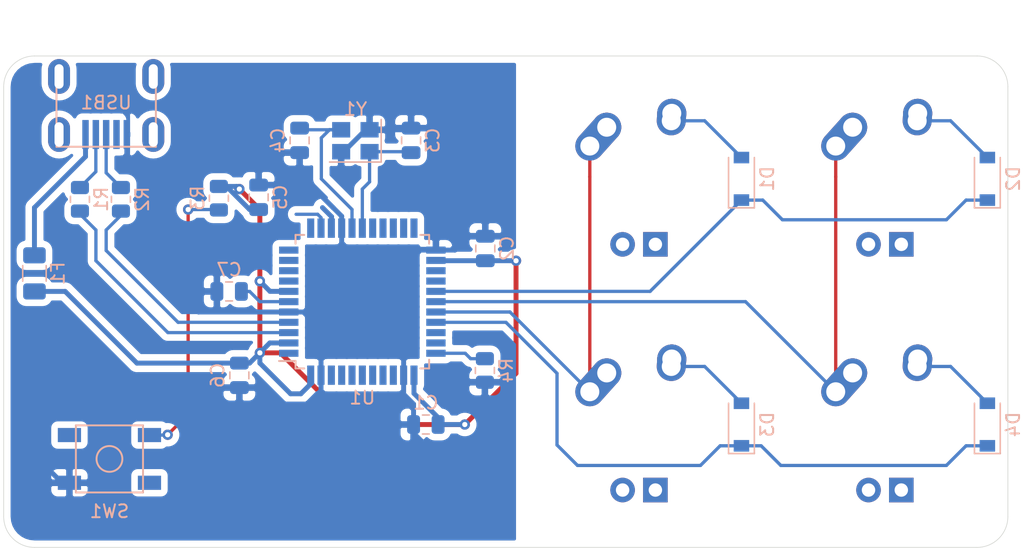
<source format=kicad_pcb>
(kicad_pcb (version 20171130) (host pcbnew "(5.1.10)-1")

  (general
    (thickness 1.6)
    (drawings 8)
    (tracks 174)
    (zones 0)
    (modules 24)
    (nets 45)
  )

  (page A4)
  (layers
    (0 F.Cu signal)
    (31 B.Cu signal)
    (32 B.Adhes user)
    (33 F.Adhes user)
    (34 B.Paste user)
    (35 F.Paste user)
    (36 B.SilkS user)
    (37 F.SilkS user)
    (38 B.Mask user)
    (39 F.Mask user)
    (40 Dwgs.User user)
    (41 Cmts.User user)
    (42 Eco1.User user)
    (43 Eco2.User user)
    (44 Edge.Cuts user)
    (45 Margin user)
    (46 B.CrtYd user)
    (47 F.CrtYd user)
    (48 B.Fab user)
    (49 F.Fab user)
  )

  (setup
    (last_trace_width 0.254)
    (trace_clearance 0.2)
    (zone_clearance 0.508)
    (zone_45_only no)
    (trace_min 0.2)
    (via_size 0.8)
    (via_drill 0.4)
    (via_min_size 0.4)
    (via_min_drill 0.3)
    (uvia_size 0.3)
    (uvia_drill 0.1)
    (uvias_allowed no)
    (uvia_min_size 0.2)
    (uvia_min_drill 0.1)
    (edge_width 0.05)
    (segment_width 0.2)
    (pcb_text_width 0.3)
    (pcb_text_size 1.5 1.5)
    (mod_edge_width 0.12)
    (mod_text_size 1 1)
    (mod_text_width 0.15)
    (pad_size 1.524 1.524)
    (pad_drill 0.762)
    (pad_to_mask_clearance 0)
    (aux_axis_origin 0 0)
    (visible_elements FFFFFF7F)
    (pcbplotparams
      (layerselection 0x010fc_ffffffff)
      (usegerberextensions false)
      (usegerberattributes true)
      (usegerberadvancedattributes true)
      (creategerberjobfile true)
      (excludeedgelayer true)
      (linewidth 0.100000)
      (plotframeref false)
      (viasonmask false)
      (mode 1)
      (useauxorigin false)
      (hpglpennumber 1)
      (hpglpenspeed 20)
      (hpglpendiameter 15.000000)
      (psnegative false)
      (psa4output false)
      (plotreference true)
      (plotvalue true)
      (plotinvisibletext false)
      (padsonsilk false)
      (subtractmaskfromsilk false)
      (outputformat 1)
      (mirror false)
      (drillshape 1)
      (scaleselection 1)
      (outputdirectory ""))
  )

  (net 0 "")
  (net 1 GND)
  (net 2 +5V)
  (net 3 "Net-(C3-Pad1)")
  (net 4 "Net-(C4-Pad1)")
  (net 5 "Net-(C7-Pad1)")
  (net 6 "Net-(D1-Pad2)")
  (net 7 ROW0)
  (net 8 "Net-(D2-Pad2)")
  (net 9 "Net-(D3-Pad2)")
  (net 10 ROW1)
  (net 11 "Net-(D4-Pad2)")
  (net 12 VCC)
  (net 13 COL0)
  (net 14 COL1)
  (net 15 D-)
  (net 16 "Net-(R1-Pad1)")
  (net 17 D+)
  (net 18 "Net-(R2-Pad1)")
  (net 19 "Net-(R3-Pad2)")
  (net 20 "Net-(R4-Pad2)")
  (net 21 "Net-(U1-Pad42)")
  (net 22 "Net-(U1-Pad41)")
  (net 23 "Net-(U1-Pad40)")
  (net 24 "Net-(U1-Pad39)")
  (net 25 "Net-(U1-Pad38)")
  (net 26 "Net-(U1-Pad37)")
  (net 27 "Net-(U1-Pad36)")
  (net 28 "Net-(U1-Pad32)")
  (net 29 "Net-(U1-Pad31)")
  (net 30 "Net-(U1-Pad26)")
  (net 31 "Net-(U1-Pad25)")
  (net 32 "Net-(U1-Pad22)")
  (net 33 "Net-(U1-Pad21)")
  (net 34 "Net-(U1-Pad20)")
  (net 35 "Net-(U1-Pad19)")
  (net 36 "Net-(U1-Pad18)")
  (net 37 "Net-(U1-Pad12)")
  (net 38 "Net-(U1-Pad11)")
  (net 39 "Net-(U1-Pad10)")
  (net 40 "Net-(U1-Pad9)")
  (net 41 "Net-(U1-Pad8)")
  (net 42 "Net-(U1-Pad1)")
  (net 43 "Net-(USB1-Pad6)")
  (net 44 "Net-(USB1-Pad2)")

  (net_class Default "This is the default net class."
    (clearance 0.2)
    (trace_width 0.254)
    (via_dia 0.8)
    (via_drill 0.4)
    (uvia_dia 0.3)
    (uvia_drill 0.1)
    (add_net COL0)
    (add_net COL1)
    (add_net D+)
    (add_net D-)
    (add_net "Net-(C3-Pad1)")
    (add_net "Net-(C4-Pad1)")
    (add_net "Net-(C7-Pad1)")
    (add_net "Net-(D1-Pad2)")
    (add_net "Net-(D2-Pad2)")
    (add_net "Net-(D3-Pad2)")
    (add_net "Net-(D4-Pad2)")
    (add_net "Net-(R1-Pad1)")
    (add_net "Net-(R2-Pad1)")
    (add_net "Net-(R3-Pad2)")
    (add_net "Net-(R4-Pad2)")
    (add_net "Net-(U1-Pad1)")
    (add_net "Net-(U1-Pad10)")
    (add_net "Net-(U1-Pad11)")
    (add_net "Net-(U1-Pad12)")
    (add_net "Net-(U1-Pad18)")
    (add_net "Net-(U1-Pad19)")
    (add_net "Net-(U1-Pad20)")
    (add_net "Net-(U1-Pad21)")
    (add_net "Net-(U1-Pad22)")
    (add_net "Net-(U1-Pad25)")
    (add_net "Net-(U1-Pad26)")
    (add_net "Net-(U1-Pad31)")
    (add_net "Net-(U1-Pad32)")
    (add_net "Net-(U1-Pad36)")
    (add_net "Net-(U1-Pad37)")
    (add_net "Net-(U1-Pad38)")
    (add_net "Net-(U1-Pad39)")
    (add_net "Net-(U1-Pad40)")
    (add_net "Net-(U1-Pad41)")
    (add_net "Net-(U1-Pad42)")
    (add_net "Net-(U1-Pad8)")
    (add_net "Net-(U1-Pad9)")
    (add_net "Net-(USB1-Pad2)")
    (add_net "Net-(USB1-Pad6)")
    (add_net ROW0)
    (add_net ROW1)
  )

  (net_class Power ""
    (clearance 0.2)
    (trace_width 0.381)
    (via_dia 0.8)
    (via_drill 0.4)
    (uvia_dia 0.3)
    (uvia_drill 0.1)
    (add_net +5V)
    (add_net GND)
    (add_net VCC)
  )

  (module MX_Alps_Hybrid:MX-1U (layer F.Cu) (tedit 5A9F3A9A) (tstamp 612632D2)
    (at 88.9 107.95)
    (path /612C1DD8)
    (fp_text reference MX3 (at 0 3.175) (layer Dwgs.User)
      (effects (font (size 1 1) (thickness 0.15)))
    )
    (fp_text value MX-NoLED (at 0 -7.9375) (layer Dwgs.User)
      (effects (font (size 1 1) (thickness 0.15)))
    )
    (fp_line (start 5 -7) (end 7 -7) (layer Dwgs.User) (width 0.15))
    (fp_line (start 7 -7) (end 7 -5) (layer Dwgs.User) (width 0.15))
    (fp_line (start 5 7) (end 7 7) (layer Dwgs.User) (width 0.15))
    (fp_line (start 7 7) (end 7 5) (layer Dwgs.User) (width 0.15))
    (fp_line (start -7 5) (end -7 7) (layer Dwgs.User) (width 0.15))
    (fp_line (start -7 7) (end -5 7) (layer Dwgs.User) (width 0.15))
    (fp_line (start -5 -7) (end -7 -7) (layer Dwgs.User) (width 0.15))
    (fp_line (start -7 -7) (end -7 -5) (layer Dwgs.User) (width 0.15))
    (fp_line (start -9.525 -9.525) (end 9.525 -9.525) (layer Dwgs.User) (width 0.15))
    (fp_line (start 9.525 -9.525) (end 9.525 9.525) (layer Dwgs.User) (width 0.15))
    (fp_line (start 9.525 9.525) (end -9.525 9.525) (layer Dwgs.User) (width 0.15))
    (fp_line (start -9.525 9.525) (end -9.525 -9.525) (layer Dwgs.User) (width 0.15))
    (pad "" np_thru_hole circle (at 5.08 0 48.0996) (size 1.75 1.75) (drill 1.75) (layers *.Cu *.Mask))
    (pad "" np_thru_hole circle (at -5.08 0 48.0996) (size 1.75 1.75) (drill 1.75) (layers *.Cu *.Mask))
    (pad 4 thru_hole rect (at 1.27 5.08) (size 1.905 1.905) (drill 1.04) (layers *.Cu B.Mask))
    (pad 3 thru_hole circle (at -1.27 5.08) (size 1.905 1.905) (drill 1.04) (layers *.Cu B.Mask))
    (pad 1 thru_hole circle (at -2.5 -4) (size 2.25 2.25) (drill 1.47) (layers *.Cu B.Mask)
      (net 13 COL0))
    (pad "" np_thru_hole circle (at 0 0) (size 3.9878 3.9878) (drill 3.9878) (layers *.Cu *.Mask))
    (pad 1 thru_hole oval (at -3.81 -2.54 48.0996) (size 4.211556 2.25) (drill 1.47 (offset 0.980778 0)) (layers *.Cu B.Mask)
      (net 13 COL0))
    (pad 2 thru_hole circle (at 2.54 -5.08) (size 2.25 2.25) (drill 1.47) (layers *.Cu B.Mask)
      (net 9 "Net-(D3-Pad2)"))
    (pad 2 thru_hole oval (at 2.5 -4.5 86.0548) (size 2.831378 2.25) (drill 1.47 (offset 0.290689 0)) (layers *.Cu B.Mask)
      (net 9 "Net-(D3-Pad2)"))
  )

  (module Package_QFP:TQFP-44_10x10mm_P0.8mm (layer B.Cu) (tedit 5A02F146) (tstamp 61263390)
    (at 67.46875 98.425)
    (descr "44-Lead Plastic Thin Quad Flatpack (PT) - 10x10x1.0 mm Body [TQFP] (see Microchip Packaging Specification 00000049BS.pdf)")
    (tags "QFP 0.8")
    (path /612567EC)
    (attr smd)
    (fp_text reference U1 (at 0 7.45) (layer B.SilkS)
      (effects (font (size 1 1) (thickness 0.15)) (justify mirror))
    )
    (fp_text value ATmega32U4-AU (at 0 -7.45) (layer B.Fab)
      (effects (font (size 1 1) (thickness 0.15)) (justify mirror))
    )
    (fp_text user %R (at 0 0) (layer B.Fab)
      (effects (font (size 1 1) (thickness 0.15)) (justify mirror))
    )
    (fp_line (start -4 5) (end 5 5) (layer B.Fab) (width 0.15))
    (fp_line (start 5 5) (end 5 -5) (layer B.Fab) (width 0.15))
    (fp_line (start 5 -5) (end -5 -5) (layer B.Fab) (width 0.15))
    (fp_line (start -5 -5) (end -5 4) (layer B.Fab) (width 0.15))
    (fp_line (start -5 4) (end -4 5) (layer B.Fab) (width 0.15))
    (fp_line (start -6.7 6.7) (end -6.7 -6.7) (layer B.CrtYd) (width 0.05))
    (fp_line (start 6.7 6.7) (end 6.7 -6.7) (layer B.CrtYd) (width 0.05))
    (fp_line (start -6.7 6.7) (end 6.7 6.7) (layer B.CrtYd) (width 0.05))
    (fp_line (start -6.7 -6.7) (end 6.7 -6.7) (layer B.CrtYd) (width 0.05))
    (fp_line (start -5.175 5.175) (end -5.175 4.6) (layer B.SilkS) (width 0.15))
    (fp_line (start 5.175 5.175) (end 5.175 4.5) (layer B.SilkS) (width 0.15))
    (fp_line (start 5.175 -5.175) (end 5.175 -4.5) (layer B.SilkS) (width 0.15))
    (fp_line (start -5.175 -5.175) (end -5.175 -4.5) (layer B.SilkS) (width 0.15))
    (fp_line (start -5.175 5.175) (end -4.5 5.175) (layer B.SilkS) (width 0.15))
    (fp_line (start -5.175 -5.175) (end -4.5 -5.175) (layer B.SilkS) (width 0.15))
    (fp_line (start 5.175 -5.175) (end 4.5 -5.175) (layer B.SilkS) (width 0.15))
    (fp_line (start 5.175 5.175) (end 4.5 5.175) (layer B.SilkS) (width 0.15))
    (fp_line (start -5.175 4.6) (end -6.45 4.6) (layer B.SilkS) (width 0.15))
    (pad 44 smd rect (at -4 5.7 270) (size 1.5 0.55) (layers B.Cu B.Paste B.Mask)
      (net 2 +5V))
    (pad 43 smd rect (at -3.2 5.7 270) (size 1.5 0.55) (layers B.Cu B.Paste B.Mask)
      (net 1 GND))
    (pad 42 smd rect (at -2.4 5.7 270) (size 1.5 0.55) (layers B.Cu B.Paste B.Mask)
      (net 21 "Net-(U1-Pad42)"))
    (pad 41 smd rect (at -1.6 5.7 270) (size 1.5 0.55) (layers B.Cu B.Paste B.Mask)
      (net 22 "Net-(U1-Pad41)"))
    (pad 40 smd rect (at -0.8 5.7 270) (size 1.5 0.55) (layers B.Cu B.Paste B.Mask)
      (net 23 "Net-(U1-Pad40)"))
    (pad 39 smd rect (at 0 5.7 270) (size 1.5 0.55) (layers B.Cu B.Paste B.Mask)
      (net 24 "Net-(U1-Pad39)"))
    (pad 38 smd rect (at 0.8 5.7 270) (size 1.5 0.55) (layers B.Cu B.Paste B.Mask)
      (net 25 "Net-(U1-Pad38)"))
    (pad 37 smd rect (at 1.6 5.7 270) (size 1.5 0.55) (layers B.Cu B.Paste B.Mask)
      (net 26 "Net-(U1-Pad37)"))
    (pad 36 smd rect (at 2.4 5.7 270) (size 1.5 0.55) (layers B.Cu B.Paste B.Mask)
      (net 27 "Net-(U1-Pad36)"))
    (pad 35 smd rect (at 3.2 5.7 270) (size 1.5 0.55) (layers B.Cu B.Paste B.Mask)
      (net 1 GND))
    (pad 34 smd rect (at 4 5.7 270) (size 1.5 0.55) (layers B.Cu B.Paste B.Mask)
      (net 2 +5V))
    (pad 33 smd rect (at 5.7 4) (size 1.5 0.55) (layers B.Cu B.Paste B.Mask)
      (net 20 "Net-(R4-Pad2)"))
    (pad 32 smd rect (at 5.7 3.2) (size 1.5 0.55) (layers B.Cu B.Paste B.Mask)
      (net 28 "Net-(U1-Pad32)"))
    (pad 31 smd rect (at 5.7 2.4) (size 1.5 0.55) (layers B.Cu B.Paste B.Mask)
      (net 29 "Net-(U1-Pad31)"))
    (pad 30 smd rect (at 5.7 1.6) (size 1.5 0.55) (layers B.Cu B.Paste B.Mask)
      (net 10 ROW1))
    (pad 29 smd rect (at 5.7 0.8) (size 1.5 0.55) (layers B.Cu B.Paste B.Mask)
      (net 13 COL0))
    (pad 28 smd rect (at 5.7 0) (size 1.5 0.55) (layers B.Cu B.Paste B.Mask)
      (net 14 COL1))
    (pad 27 smd rect (at 5.7 -0.8) (size 1.5 0.55) (layers B.Cu B.Paste B.Mask)
      (net 7 ROW0))
    (pad 26 smd rect (at 5.7 -1.6) (size 1.5 0.55) (layers B.Cu B.Paste B.Mask)
      (net 30 "Net-(U1-Pad26)"))
    (pad 25 smd rect (at 5.7 -2.4) (size 1.5 0.55) (layers B.Cu B.Paste B.Mask)
      (net 31 "Net-(U1-Pad25)"))
    (pad 24 smd rect (at 5.7 -3.2) (size 1.5 0.55) (layers B.Cu B.Paste B.Mask)
      (net 2 +5V))
    (pad 23 smd rect (at 5.7 -4) (size 1.5 0.55) (layers B.Cu B.Paste B.Mask)
      (net 1 GND))
    (pad 22 smd rect (at 4 -5.7 270) (size 1.5 0.55) (layers B.Cu B.Paste B.Mask)
      (net 32 "Net-(U1-Pad22)"))
    (pad 21 smd rect (at 3.2 -5.7 270) (size 1.5 0.55) (layers B.Cu B.Paste B.Mask)
      (net 33 "Net-(U1-Pad21)"))
    (pad 20 smd rect (at 2.4 -5.7 270) (size 1.5 0.55) (layers B.Cu B.Paste B.Mask)
      (net 34 "Net-(U1-Pad20)"))
    (pad 19 smd rect (at 1.6 -5.7 270) (size 1.5 0.55) (layers B.Cu B.Paste B.Mask)
      (net 35 "Net-(U1-Pad19)"))
    (pad 18 smd rect (at 0.8 -5.7 270) (size 1.5 0.55) (layers B.Cu B.Paste B.Mask)
      (net 36 "Net-(U1-Pad18)"))
    (pad 17 smd rect (at 0 -5.7 270) (size 1.5 0.55) (layers B.Cu B.Paste B.Mask)
      (net 3 "Net-(C3-Pad1)"))
    (pad 16 smd rect (at -0.8 -5.7 270) (size 1.5 0.55) (layers B.Cu B.Paste B.Mask)
      (net 4 "Net-(C4-Pad1)"))
    (pad 15 smd rect (at -1.6 -5.7 270) (size 1.5 0.55) (layers B.Cu B.Paste B.Mask)
      (net 1 GND))
    (pad 14 smd rect (at -2.4 -5.7 270) (size 1.5 0.55) (layers B.Cu B.Paste B.Mask)
      (net 2 +5V))
    (pad 13 smd rect (at -3.2 -5.7 270) (size 1.5 0.55) (layers B.Cu B.Paste B.Mask)
      (net 19 "Net-(R3-Pad2)"))
    (pad 12 smd rect (at -4 -5.7 270) (size 1.5 0.55) (layers B.Cu B.Paste B.Mask)
      (net 37 "Net-(U1-Pad12)"))
    (pad 11 smd rect (at -5.7 -4) (size 1.5 0.55) (layers B.Cu B.Paste B.Mask)
      (net 38 "Net-(U1-Pad11)"))
    (pad 10 smd rect (at -5.7 -3.2) (size 1.5 0.55) (layers B.Cu B.Paste B.Mask)
      (net 39 "Net-(U1-Pad10)"))
    (pad 9 smd rect (at -5.7 -2.4) (size 1.5 0.55) (layers B.Cu B.Paste B.Mask)
      (net 40 "Net-(U1-Pad9)"))
    (pad 8 smd rect (at -5.7 -1.6) (size 1.5 0.55) (layers B.Cu B.Paste B.Mask)
      (net 41 "Net-(U1-Pad8)"))
    (pad 7 smd rect (at -5.7 -0.8) (size 1.5 0.55) (layers B.Cu B.Paste B.Mask)
      (net 2 +5V))
    (pad 6 smd rect (at -5.7 0) (size 1.5 0.55) (layers B.Cu B.Paste B.Mask)
      (net 5 "Net-(C7-Pad1)"))
    (pad 5 smd rect (at -5.7 0.8) (size 1.5 0.55) (layers B.Cu B.Paste B.Mask)
      (net 1 GND))
    (pad 4 smd rect (at -5.7 1.6) (size 1.5 0.55) (layers B.Cu B.Paste B.Mask)
      (net 18 "Net-(R2-Pad1)"))
    (pad 3 smd rect (at -5.7 2.4) (size 1.5 0.55) (layers B.Cu B.Paste B.Mask)
      (net 16 "Net-(R1-Pad1)"))
    (pad 2 smd rect (at -5.7 3.2) (size 1.5 0.55) (layers B.Cu B.Paste B.Mask)
      (net 2 +5V))
    (pad 1 smd rect (at -5.7 4) (size 1.5 0.55) (layers B.Cu B.Paste B.Mask)
      (net 42 "Net-(U1-Pad1)"))
    (model ${KISYS3DMOD}/Package_QFP.3dshapes/TQFP-44_10x10mm_P0.8mm.wrl
      (at (xyz 0 0 0))
      (scale (xyz 1 1 1))
      (rotate (xyz 0 0 0))
    )
  )

  (module Capacitor_SMD:C_0805_2012Metric (layer B.Cu) (tedit 5F68FEEE) (tstamp 612631AC)
    (at 72.3875 107.95 180)
    (descr "Capacitor SMD 0805 (2012 Metric), square (rectangular) end terminal, IPC_7351 nominal, (Body size source: IPC-SM-782 page 76, https://www.pcb-3d.com/wordpress/wp-content/uploads/ipc-sm-782a_amendment_1_and_2.pdf, https://docs.google.com/spreadsheets/d/1BsfQQcO9C6DZCsRaXUlFlo91Tg2WpOkGARC1WS5S8t0/edit?usp=sharing), generated with kicad-footprint-generator")
    (tags capacitor)
    (path /6128340E)
    (attr smd)
    (fp_text reference C1 (at 0 1.68) (layer B.SilkS)
      (effects (font (size 1 1) (thickness 0.15)) (justify mirror))
    )
    (fp_text value 0.1uF (at 0 -1.68) (layer B.Fab)
      (effects (font (size 1 1) (thickness 0.15)) (justify mirror))
    )
    (fp_text user %R (at 0 0) (layer B.Fab)
      (effects (font (size 0.5 0.5) (thickness 0.08)) (justify mirror))
    )
    (fp_line (start -1 -0.625) (end -1 0.625) (layer B.Fab) (width 0.1))
    (fp_line (start -1 0.625) (end 1 0.625) (layer B.Fab) (width 0.1))
    (fp_line (start 1 0.625) (end 1 -0.625) (layer B.Fab) (width 0.1))
    (fp_line (start 1 -0.625) (end -1 -0.625) (layer B.Fab) (width 0.1))
    (fp_line (start -0.261252 0.735) (end 0.261252 0.735) (layer B.SilkS) (width 0.12))
    (fp_line (start -0.261252 -0.735) (end 0.261252 -0.735) (layer B.SilkS) (width 0.12))
    (fp_line (start -1.7 -0.98) (end -1.7 0.98) (layer B.CrtYd) (width 0.05))
    (fp_line (start -1.7 0.98) (end 1.7 0.98) (layer B.CrtYd) (width 0.05))
    (fp_line (start 1.7 0.98) (end 1.7 -0.98) (layer B.CrtYd) (width 0.05))
    (fp_line (start 1.7 -0.98) (end -1.7 -0.98) (layer B.CrtYd) (width 0.05))
    (pad 2 smd roundrect (at 0.95 0 180) (size 1 1.45) (layers B.Cu B.Paste B.Mask) (roundrect_rratio 0.25)
      (net 1 GND))
    (pad 1 smd roundrect (at -0.95 0 180) (size 1 1.45) (layers B.Cu B.Paste B.Mask) (roundrect_rratio 0.25)
      (net 2 +5V))
    (model ${KISYS3DMOD}/Capacitor_SMD.3dshapes/C_0805_2012Metric.wrl
      (at (xyz 0 0 0))
      (scale (xyz 1 1 1))
      (rotate (xyz 0 0 0))
    )
  )

  (module MX_Alps_Hybrid:MX-1U (layer F.Cu) (tedit 5A9F3A9A) (tstamp 612632A0)
    (at 88.9 88.9)
    (path /612B9AA4)
    (fp_text reference MX1 (at 0 3.175) (layer Dwgs.User)
      (effects (font (size 1 1) (thickness 0.15)))
    )
    (fp_text value MX-NoLED (at 0 -7.9375) (layer Dwgs.User)
      (effects (font (size 1 1) (thickness 0.15)))
    )
    (fp_line (start 5 -7) (end 7 -7) (layer Dwgs.User) (width 0.15))
    (fp_line (start 7 -7) (end 7 -5) (layer Dwgs.User) (width 0.15))
    (fp_line (start 5 7) (end 7 7) (layer Dwgs.User) (width 0.15))
    (fp_line (start 7 7) (end 7 5) (layer Dwgs.User) (width 0.15))
    (fp_line (start -7 5) (end -7 7) (layer Dwgs.User) (width 0.15))
    (fp_line (start -7 7) (end -5 7) (layer Dwgs.User) (width 0.15))
    (fp_line (start -5 -7) (end -7 -7) (layer Dwgs.User) (width 0.15))
    (fp_line (start -7 -7) (end -7 -5) (layer Dwgs.User) (width 0.15))
    (fp_line (start -9.525 -9.525) (end 9.525 -9.525) (layer Dwgs.User) (width 0.15))
    (fp_line (start 9.525 -9.525) (end 9.525 9.525) (layer Dwgs.User) (width 0.15))
    (fp_line (start 9.525 9.525) (end -9.525 9.525) (layer Dwgs.User) (width 0.15))
    (fp_line (start -9.525 9.525) (end -9.525 -9.525) (layer Dwgs.User) (width 0.15))
    (pad "" np_thru_hole circle (at 5.08 0 48.0996) (size 1.75 1.75) (drill 1.75) (layers *.Cu *.Mask))
    (pad "" np_thru_hole circle (at -5.08 0 48.0996) (size 1.75 1.75) (drill 1.75) (layers *.Cu *.Mask))
    (pad 4 thru_hole rect (at 1.27 5.08) (size 1.905 1.905) (drill 1.04) (layers *.Cu B.Mask))
    (pad 3 thru_hole circle (at -1.27 5.08) (size 1.905 1.905) (drill 1.04) (layers *.Cu B.Mask))
    (pad 1 thru_hole circle (at -2.5 -4) (size 2.25 2.25) (drill 1.47) (layers *.Cu B.Mask)
      (net 13 COL0))
    (pad "" np_thru_hole circle (at 0 0) (size 3.9878 3.9878) (drill 3.9878) (layers *.Cu *.Mask))
    (pad 1 thru_hole oval (at -3.81 -2.54 48.0996) (size 4.211556 2.25) (drill 1.47 (offset 0.980778 0)) (layers *.Cu B.Mask)
      (net 13 COL0))
    (pad 2 thru_hole circle (at 2.54 -5.08) (size 2.25 2.25) (drill 1.47) (layers *.Cu B.Mask)
      (net 6 "Net-(D1-Pad2)"))
    (pad 2 thru_hole oval (at 2.5 -4.5 86.0548) (size 2.831378 2.25) (drill 1.47 (offset 0.290689 0)) (layers *.Cu B.Mask)
      (net 6 "Net-(D1-Pad2)"))
  )

  (module Crystal:Crystal_SMD_3225-4Pin_3.2x2.5mm (layer B.Cu) (tedit 5A0FD1B2) (tstamp 612633C4)
    (at 66.929 85.94725 180)
    (descr "SMD Crystal SERIES SMD3225/4 http://www.txccrystal.com/images/pdf/7m-accuracy.pdf, 3.2x2.5mm^2 package")
    (tags "SMD SMT crystal")
    (path /61289C8B)
    (attr smd)
    (fp_text reference Y1 (at 0 2.45) (layer B.SilkS)
      (effects (font (size 1 1) (thickness 0.15)) (justify mirror))
    )
    (fp_text value 16MHz (at 0 -2.45) (layer B.Fab)
      (effects (font (size 1 1) (thickness 0.15)) (justify mirror))
    )
    (fp_line (start 2.1 1.7) (end -2.1 1.7) (layer B.CrtYd) (width 0.05))
    (fp_line (start 2.1 -1.7) (end 2.1 1.7) (layer B.CrtYd) (width 0.05))
    (fp_line (start -2.1 -1.7) (end 2.1 -1.7) (layer B.CrtYd) (width 0.05))
    (fp_line (start -2.1 1.7) (end -2.1 -1.7) (layer B.CrtYd) (width 0.05))
    (fp_line (start -2 -1.65) (end 2 -1.65) (layer B.SilkS) (width 0.12))
    (fp_line (start -2 1.65) (end -2 -1.65) (layer B.SilkS) (width 0.12))
    (fp_line (start -1.6 -0.25) (end -0.6 -1.25) (layer B.Fab) (width 0.1))
    (fp_line (start 1.6 1.25) (end -1.6 1.25) (layer B.Fab) (width 0.1))
    (fp_line (start 1.6 -1.25) (end 1.6 1.25) (layer B.Fab) (width 0.1))
    (fp_line (start -1.6 -1.25) (end 1.6 -1.25) (layer B.Fab) (width 0.1))
    (fp_line (start -1.6 1.25) (end -1.6 -1.25) (layer B.Fab) (width 0.1))
    (fp_text user %R (at 0 0) (layer B.Fab)
      (effects (font (size 0.7 0.7) (thickness 0.105)) (justify mirror))
    )
    (pad 1 smd rect (at -1.1 -0.85 180) (size 1.4 1.2) (layers B.Cu B.Paste B.Mask)
      (net 3 "Net-(C3-Pad1)"))
    (pad 2 smd rect (at 1.1 -0.85 180) (size 1.4 1.2) (layers B.Cu B.Paste B.Mask)
      (net 1 GND))
    (pad 3 smd rect (at 1.1 0.85 180) (size 1.4 1.2) (layers B.Cu B.Paste B.Mask)
      (net 4 "Net-(C4-Pad1)"))
    (pad 4 smd rect (at -1.1 0.85 180) (size 1.4 1.2) (layers B.Cu B.Paste B.Mask)
      (net 1 GND))
    (model ${KISYS3DMOD}/Crystal.3dshapes/Crystal_SMD_3225-4Pin_3.2x2.5mm.wrl
      (at (xyz 0 0 0))
      (scale (xyz 1 1 1))
      (rotate (xyz 0 0 0))
    )
  )

  (module random-keyboard-parts:Molex-0548190589 (layer B.Cu) (tedit 5C494815) (tstamp 612633B0)
    (at 47.625 80.9625 270)
    (path /612B07F2)
    (attr smd)
    (fp_text reference USB1 (at 2.032 0) (layer B.SilkS)
      (effects (font (size 1 1) (thickness 0.15)) (justify mirror))
    )
    (fp_text value Molex-0548190589 (at -5.08 0) (layer Dwgs.User)
      (effects (font (size 1 1) (thickness 0.15)))
    )
    (fp_text user %R (at 2 0) (layer B.CrtYd)
      (effects (font (size 1 1) (thickness 0.15)) (justify mirror))
    )
    (fp_line (start -3.75 3.85) (end -3.75 -3.85) (layer Dwgs.User) (width 0.15))
    (fp_line (start -1.75 4.572) (end -1.75 -4.572) (layer Dwgs.User) (width 0.15))
    (fp_line (start -3.75 -3.85) (end 0 -3.85) (layer Dwgs.User) (width 0.15))
    (fp_line (start -3.75 3.85) (end 0 3.85) (layer Dwgs.User) (width 0.15))
    (fp_line (start 5.45 3.85) (end 5.45 -3.85) (layer B.SilkS) (width 0.15))
    (fp_line (start 0 -3.85) (end 5.45 -3.85) (layer B.SilkS) (width 0.15))
    (fp_line (start 0 3.85) (end 5.45 3.85) (layer B.SilkS) (width 0.15))
    (fp_line (start -3.75 3.75) (end 5.5 3.75) (layer B.CrtYd) (width 0.15))
    (fp_line (start 5.5 3.75) (end 5.5 -3.75) (layer B.CrtYd) (width 0.15))
    (fp_line (start 5.5 -3.75) (end -3.75 -3.75) (layer B.CrtYd) (width 0.15))
    (fp_line (start -3.75 -3.75) (end -3.75 3.75) (layer B.CrtYd) (width 0.15))
    (fp_line (start 5.5 2) (end 3.25 2) (layer B.CrtYd) (width 0.15))
    (fp_line (start 3.25 2) (end 3.25 -2) (layer B.CrtYd) (width 0.15))
    (fp_line (start 3.25 -2) (end 5.5 -2) (layer B.CrtYd) (width 0.15))
    (fp_line (start 5.5 -1.25) (end 3.25 -1.25) (layer B.CrtYd) (width 0.15))
    (fp_line (start 3.25 -0.5) (end 5.5 -0.5) (layer B.CrtYd) (width 0.15))
    (fp_line (start 5.5 0.5) (end 3.25 0.5) (layer B.CrtYd) (width 0.15))
    (fp_line (start 3.25 1.25) (end 5.5 1.25) (layer B.CrtYd) (width 0.15))
    (pad 6 thru_hole oval (at 0 3.65 270) (size 2.7 1.7) (drill oval 1.9 0.7) (layers *.Cu *.Mask)
      (net 43 "Net-(USB1-Pad6)"))
    (pad 6 thru_hole oval (at 0 -3.65 270) (size 2.7 1.7) (drill oval 1.9 0.7) (layers *.Cu *.Mask)
      (net 43 "Net-(USB1-Pad6)"))
    (pad 6 thru_hole oval (at 4.5 -3.65 270) (size 2.7 1.7) (drill oval 1.9 0.7) (layers *.Cu *.Mask)
      (net 43 "Net-(USB1-Pad6)"))
    (pad 6 thru_hole oval (at 4.5 3.65 270) (size 2.7 1.7) (drill oval 1.9 0.7) (layers *.Cu *.Mask)
      (net 43 "Net-(USB1-Pad6)"))
    (pad 5 smd rect (at 4.5 1.6 270) (size 2.25 0.5) (layers B.Cu B.Paste B.Mask)
      (net 12 VCC))
    (pad 4 smd rect (at 4.5 0.8 270) (size 2.25 0.5) (layers B.Cu B.Paste B.Mask)
      (net 15 D-))
    (pad 3 smd rect (at 4.5 0 270) (size 2.25 0.5) (layers B.Cu B.Paste B.Mask)
      (net 17 D+))
    (pad 2 smd rect (at 4.5 -0.8 270) (size 2.25 0.5) (layers B.Cu B.Paste B.Mask)
      (net 44 "Net-(USB1-Pad2)"))
    (pad 1 smd rect (at 4.5 -1.6 270) (size 2.25 0.5) (layers B.Cu B.Paste B.Mask)
      (net 1 GND))
  )

  (module random-keyboard-parts:SKQG-1155865 (layer B.Cu) (tedit 5E62B398) (tstamp 6126334D)
    (at 47.879 110.617 180)
    (path /61291450)
    (attr smd)
    (fp_text reference SW1 (at 0 -4.064) (layer B.SilkS)
      (effects (font (size 1 1) (thickness 0.15)) (justify mirror))
    )
    (fp_text value SW_Push (at 0 4.064) (layer B.Fab)
      (effects (font (size 1 1) (thickness 0.15)) (justify mirror))
    )
    (fp_line (start -2.6 -1.1) (end -1.1 -2.6) (layer B.Fab) (width 0.15))
    (fp_line (start 2.6 -1.1) (end 1.1 -2.6) (layer B.Fab) (width 0.15))
    (fp_line (start 2.6 1.1) (end 1.1 2.6) (layer B.Fab) (width 0.15))
    (fp_line (start -2.6 1.1) (end -1.1 2.6) (layer B.Fab) (width 0.15))
    (fp_circle (center 0 0) (end 1 0) (layer B.Fab) (width 0.15))
    (fp_line (start -4.2 1.1) (end -4.2 2.6) (layer B.Fab) (width 0.15))
    (fp_line (start -2.6 1.1) (end -4.2 1.1) (layer B.Fab) (width 0.15))
    (fp_line (start -2.6 -1.1) (end -2.6 1.1) (layer B.Fab) (width 0.15))
    (fp_line (start -4.2 -1.1) (end -2.6 -1.1) (layer B.Fab) (width 0.15))
    (fp_line (start -4.2 -2.6) (end -4.2 -1.1) (layer B.Fab) (width 0.15))
    (fp_line (start 4.2 -2.6) (end -4.2 -2.6) (layer B.Fab) (width 0.15))
    (fp_line (start 4.2 -1.1) (end 4.2 -2.6) (layer B.Fab) (width 0.15))
    (fp_line (start 2.6 -1.1) (end 4.2 -1.1) (layer B.Fab) (width 0.15))
    (fp_line (start 2.6 1.1) (end 2.6 -1.1) (layer B.Fab) (width 0.15))
    (fp_line (start 4.2 1.1) (end 2.6 1.1) (layer B.Fab) (width 0.15))
    (fp_line (start 4.2 2.6) (end 4.2 1.2) (layer B.Fab) (width 0.15))
    (fp_line (start -4.2 2.6) (end 4.2 2.6) (layer B.Fab) (width 0.15))
    (fp_circle (center 0 0) (end 1 0) (layer B.SilkS) (width 0.15))
    (fp_line (start -2.6 -2.6) (end -2.6 2.6) (layer B.SilkS) (width 0.15))
    (fp_line (start 2.6 -2.6) (end -2.6 -2.6) (layer B.SilkS) (width 0.15))
    (fp_line (start 2.6 2.6) (end 2.6 -2.6) (layer B.SilkS) (width 0.15))
    (fp_line (start -2.6 2.6) (end 2.6 2.6) (layer B.SilkS) (width 0.15))
    (pad 4 smd rect (at -3.1 -1.85 180) (size 1.8 1.1) (layers B.Cu B.Paste B.Mask))
    (pad 3 smd rect (at 3.1 1.85 180) (size 1.8 1.1) (layers B.Cu B.Paste B.Mask))
    (pad 2 smd rect (at -3.1 1.85 180) (size 1.8 1.1) (layers B.Cu B.Paste B.Mask)
      (net 19 "Net-(R3-Pad2)"))
    (pad 1 smd rect (at 3.1 -1.85 180) (size 1.8 1.1) (layers B.Cu B.Paste B.Mask)
      (net 1 GND))
    (model ${KISYS3DMOD}/Button_Switch_SMD.3dshapes/SW_SPST_TL3342.step
      (at (xyz 0 0 0))
      (scale (xyz 1 1 1))
      (rotate (xyz 0 0 0))
    )
  )

  (module Resistor_SMD:R_0805_2012Metric (layer B.Cu) (tedit 5F68FEEE) (tstamp 6126332F)
    (at 76.962 103.759 90)
    (descr "Resistor SMD 0805 (2012 Metric), square (rectangular) end terminal, IPC_7351 nominal, (Body size source: IPC-SM-782 page 72, https://www.pcb-3d.com/wordpress/wp-content/uploads/ipc-sm-782a_amendment_1_and_2.pdf), generated with kicad-footprint-generator")
    (tags resistor)
    (path /6126E780)
    (attr smd)
    (fp_text reference R4 (at 0 1.65 270) (layer B.SilkS)
      (effects (font (size 1 1) (thickness 0.15)) (justify mirror))
    )
    (fp_text value 10k (at 0 -1.65 270) (layer B.Fab)
      (effects (font (size 1 1) (thickness 0.15)) (justify mirror))
    )
    (fp_line (start 1.68 -0.95) (end -1.68 -0.95) (layer B.CrtYd) (width 0.05))
    (fp_line (start 1.68 0.95) (end 1.68 -0.95) (layer B.CrtYd) (width 0.05))
    (fp_line (start -1.68 0.95) (end 1.68 0.95) (layer B.CrtYd) (width 0.05))
    (fp_line (start -1.68 -0.95) (end -1.68 0.95) (layer B.CrtYd) (width 0.05))
    (fp_line (start -0.227064 -0.735) (end 0.227064 -0.735) (layer B.SilkS) (width 0.12))
    (fp_line (start -0.227064 0.735) (end 0.227064 0.735) (layer B.SilkS) (width 0.12))
    (fp_line (start 1 -0.625) (end -1 -0.625) (layer B.Fab) (width 0.1))
    (fp_line (start 1 0.625) (end 1 -0.625) (layer B.Fab) (width 0.1))
    (fp_line (start -1 0.625) (end 1 0.625) (layer B.Fab) (width 0.1))
    (fp_line (start -1 -0.625) (end -1 0.625) (layer B.Fab) (width 0.1))
    (fp_text user %R (at 0 0 270) (layer B.Fab)
      (effects (font (size 0.5 0.5) (thickness 0.08)) (justify mirror))
    )
    (pad 1 smd roundrect (at -0.9125 0 90) (size 1.025 1.4) (layers B.Cu B.Paste B.Mask) (roundrect_rratio 0.243902)
      (net 1 GND))
    (pad 2 smd roundrect (at 0.9125 0 90) (size 1.025 1.4) (layers B.Cu B.Paste B.Mask) (roundrect_rratio 0.243902)
      (net 20 "Net-(R4-Pad2)"))
    (model ${KISYS3DMOD}/Resistor_SMD.3dshapes/R_0805_2012Metric.wrl
      (at (xyz 0 0 0))
      (scale (xyz 1 1 1))
      (rotate (xyz 0 0 0))
    )
  )

  (module Resistor_SMD:R_0805_2012Metric (layer B.Cu) (tedit 5F68FEEE) (tstamp 61264297)
    (at 56.35625 90.4005 270)
    (descr "Resistor SMD 0805 (2012 Metric), square (rectangular) end terminal, IPC_7351 nominal, (Body size source: IPC-SM-782 page 72, https://www.pcb-3d.com/wordpress/wp-content/uploads/ipc-sm-782a_amendment_1_and_2.pdf), generated with kicad-footprint-generator")
    (tags resistor)
    (path /612964DE)
    (attr smd)
    (fp_text reference R3 (at 0 1.65 270) (layer B.SilkS)
      (effects (font (size 1 1) (thickness 0.15)) (justify mirror))
    )
    (fp_text value 10k (at 0 -1.65 270) (layer B.Fab)
      (effects (font (size 1 1) (thickness 0.15)) (justify mirror))
    )
    (fp_line (start 1.68 -0.95) (end -1.68 -0.95) (layer B.CrtYd) (width 0.05))
    (fp_line (start 1.68 0.95) (end 1.68 -0.95) (layer B.CrtYd) (width 0.05))
    (fp_line (start -1.68 0.95) (end 1.68 0.95) (layer B.CrtYd) (width 0.05))
    (fp_line (start -1.68 -0.95) (end -1.68 0.95) (layer B.CrtYd) (width 0.05))
    (fp_line (start -0.227064 -0.735) (end 0.227064 -0.735) (layer B.SilkS) (width 0.12))
    (fp_line (start -0.227064 0.735) (end 0.227064 0.735) (layer B.SilkS) (width 0.12))
    (fp_line (start 1 -0.625) (end -1 -0.625) (layer B.Fab) (width 0.1))
    (fp_line (start 1 0.625) (end 1 -0.625) (layer B.Fab) (width 0.1))
    (fp_line (start -1 0.625) (end 1 0.625) (layer B.Fab) (width 0.1))
    (fp_line (start -1 -0.625) (end -1 0.625) (layer B.Fab) (width 0.1))
    (fp_text user %R (at 0 0 270) (layer B.Fab)
      (effects (font (size 0.5 0.5) (thickness 0.08)) (justify mirror))
    )
    (pad 1 smd roundrect (at -0.9125 0 270) (size 1.025 1.4) (layers B.Cu B.Paste B.Mask) (roundrect_rratio 0.243902)
      (net 2 +5V))
    (pad 2 smd roundrect (at 0.9125 0 270) (size 1.025 1.4) (layers B.Cu B.Paste B.Mask) (roundrect_rratio 0.243902)
      (net 19 "Net-(R3-Pad2)"))
    (model ${KISYS3DMOD}/Resistor_SMD.3dshapes/R_0805_2012Metric.wrl
      (at (xyz 0 0 0))
      (scale (xyz 1 1 1))
      (rotate (xyz 0 0 0))
    )
  )

  (module Resistor_SMD:R_0805_2012Metric (layer B.Cu) (tedit 5F68FEEE) (tstamp 6126330D)
    (at 48.768 90.4875 90)
    (descr "Resistor SMD 0805 (2012 Metric), square (rectangular) end terminal, IPC_7351 nominal, (Body size source: IPC-SM-782 page 72, https://www.pcb-3d.com/wordpress/wp-content/uploads/ipc-sm-782a_amendment_1_and_2.pdf), generated with kicad-footprint-generator")
    (tags resistor)
    (path /61271A45)
    (attr smd)
    (fp_text reference R2 (at 0 1.65 270) (layer B.SilkS)
      (effects (font (size 1 1) (thickness 0.15)) (justify mirror))
    )
    (fp_text value 22 (at 0 -1.65 270) (layer B.Fab)
      (effects (font (size 1 1) (thickness 0.15)) (justify mirror))
    )
    (fp_text user %R (at 0 0 270) (layer B.Fab)
      (effects (font (size 0.5 0.5) (thickness 0.08)) (justify mirror))
    )
    (fp_line (start -1 -0.625) (end -1 0.625) (layer B.Fab) (width 0.1))
    (fp_line (start -1 0.625) (end 1 0.625) (layer B.Fab) (width 0.1))
    (fp_line (start 1 0.625) (end 1 -0.625) (layer B.Fab) (width 0.1))
    (fp_line (start 1 -0.625) (end -1 -0.625) (layer B.Fab) (width 0.1))
    (fp_line (start -0.227064 0.735) (end 0.227064 0.735) (layer B.SilkS) (width 0.12))
    (fp_line (start -0.227064 -0.735) (end 0.227064 -0.735) (layer B.SilkS) (width 0.12))
    (fp_line (start -1.68 -0.95) (end -1.68 0.95) (layer B.CrtYd) (width 0.05))
    (fp_line (start -1.68 0.95) (end 1.68 0.95) (layer B.CrtYd) (width 0.05))
    (fp_line (start 1.68 0.95) (end 1.68 -0.95) (layer B.CrtYd) (width 0.05))
    (fp_line (start 1.68 -0.95) (end -1.68 -0.95) (layer B.CrtYd) (width 0.05))
    (pad 2 smd roundrect (at 0.9125 0 90) (size 1.025 1.4) (layers B.Cu B.Paste B.Mask) (roundrect_rratio 0.243902)
      (net 17 D+))
    (pad 1 smd roundrect (at -0.9125 0 90) (size 1.025 1.4) (layers B.Cu B.Paste B.Mask) (roundrect_rratio 0.243902)
      (net 18 "Net-(R2-Pad1)"))
    (model ${KISYS3DMOD}/Resistor_SMD.3dshapes/R_0805_2012Metric.wrl
      (at (xyz 0 0 0))
      (scale (xyz 1 1 1))
      (rotate (xyz 0 0 0))
    )
  )

  (module Resistor_SMD:R_0805_2012Metric (layer B.Cu) (tedit 5F68FEEE) (tstamp 612632FC)
    (at 45.593 90.4875 90)
    (descr "Resistor SMD 0805 (2012 Metric), square (rectangular) end terminal, IPC_7351 nominal, (Body size source: IPC-SM-782 page 72, https://www.pcb-3d.com/wordpress/wp-content/uploads/ipc-sm-782a_amendment_1_and_2.pdf), generated with kicad-footprint-generator")
    (tags resistor)
    (path /61272532)
    (attr smd)
    (fp_text reference R1 (at 0 1.65 270) (layer B.SilkS)
      (effects (font (size 1 1) (thickness 0.15)) (justify mirror))
    )
    (fp_text value 22 (at 0 -1.65 270) (layer B.Fab)
      (effects (font (size 1 1) (thickness 0.15)) (justify mirror))
    )
    (fp_text user %R (at 0 0) (layer B.Fab)
      (effects (font (size 0.5 0.5) (thickness 0.08)) (justify mirror))
    )
    (fp_line (start -1 -0.625) (end -1 0.625) (layer B.Fab) (width 0.1))
    (fp_line (start -1 0.625) (end 1 0.625) (layer B.Fab) (width 0.1))
    (fp_line (start 1 0.625) (end 1 -0.625) (layer B.Fab) (width 0.1))
    (fp_line (start 1 -0.625) (end -1 -0.625) (layer B.Fab) (width 0.1))
    (fp_line (start -0.227064 0.735) (end 0.227064 0.735) (layer B.SilkS) (width 0.12))
    (fp_line (start -0.227064 -0.735) (end 0.227064 -0.735) (layer B.SilkS) (width 0.12))
    (fp_line (start -1.68 -0.95) (end -1.68 0.95) (layer B.CrtYd) (width 0.05))
    (fp_line (start -1.68 0.95) (end 1.68 0.95) (layer B.CrtYd) (width 0.05))
    (fp_line (start 1.68 0.95) (end 1.68 -0.95) (layer B.CrtYd) (width 0.05))
    (fp_line (start 1.68 -0.95) (end -1.68 -0.95) (layer B.CrtYd) (width 0.05))
    (pad 2 smd roundrect (at 0.9125 0 90) (size 1.025 1.4) (layers B.Cu B.Paste B.Mask) (roundrect_rratio 0.243902)
      (net 15 D-))
    (pad 1 smd roundrect (at -0.9125 0 90) (size 1.025 1.4) (layers B.Cu B.Paste B.Mask) (roundrect_rratio 0.243902)
      (net 16 "Net-(R1-Pad1)"))
    (model ${KISYS3DMOD}/Resistor_SMD.3dshapes/R_0805_2012Metric.wrl
      (at (xyz 0 0 0))
      (scale (xyz 1 1 1))
      (rotate (xyz 0 0 0))
    )
  )

  (module MX_Alps_Hybrid:MX-1U (layer F.Cu) (tedit 5A9F3A9A) (tstamp 612632EB)
    (at 107.95 107.95)
    (path /612C2906)
    (fp_text reference MX4 (at 0 3.175) (layer Dwgs.User)
      (effects (font (size 1 1) (thickness 0.15)))
    )
    (fp_text value MX-NoLED (at 0 -7.9375) (layer Dwgs.User)
      (effects (font (size 1 1) (thickness 0.15)))
    )
    (fp_line (start 5 -7) (end 7 -7) (layer Dwgs.User) (width 0.15))
    (fp_line (start 7 -7) (end 7 -5) (layer Dwgs.User) (width 0.15))
    (fp_line (start 5 7) (end 7 7) (layer Dwgs.User) (width 0.15))
    (fp_line (start 7 7) (end 7 5) (layer Dwgs.User) (width 0.15))
    (fp_line (start -7 5) (end -7 7) (layer Dwgs.User) (width 0.15))
    (fp_line (start -7 7) (end -5 7) (layer Dwgs.User) (width 0.15))
    (fp_line (start -5 -7) (end -7 -7) (layer Dwgs.User) (width 0.15))
    (fp_line (start -7 -7) (end -7 -5) (layer Dwgs.User) (width 0.15))
    (fp_line (start -9.525 -9.525) (end 9.525 -9.525) (layer Dwgs.User) (width 0.15))
    (fp_line (start 9.525 -9.525) (end 9.525 9.525) (layer Dwgs.User) (width 0.15))
    (fp_line (start 9.525 9.525) (end -9.525 9.525) (layer Dwgs.User) (width 0.15))
    (fp_line (start -9.525 9.525) (end -9.525 -9.525) (layer Dwgs.User) (width 0.15))
    (pad "" np_thru_hole circle (at 5.08 0 48.0996) (size 1.75 1.75) (drill 1.75) (layers *.Cu *.Mask))
    (pad "" np_thru_hole circle (at -5.08 0 48.0996) (size 1.75 1.75) (drill 1.75) (layers *.Cu *.Mask))
    (pad 4 thru_hole rect (at 1.27 5.08) (size 1.905 1.905) (drill 1.04) (layers *.Cu B.Mask))
    (pad 3 thru_hole circle (at -1.27 5.08) (size 1.905 1.905) (drill 1.04) (layers *.Cu B.Mask))
    (pad 1 thru_hole circle (at -2.5 -4) (size 2.25 2.25) (drill 1.47) (layers *.Cu B.Mask)
      (net 14 COL1))
    (pad "" np_thru_hole circle (at 0 0) (size 3.9878 3.9878) (drill 3.9878) (layers *.Cu *.Mask))
    (pad 1 thru_hole oval (at -3.81 -2.54 48.0996) (size 4.211556 2.25) (drill 1.47 (offset 0.980778 0)) (layers *.Cu B.Mask)
      (net 14 COL1))
    (pad 2 thru_hole circle (at 2.54 -5.08) (size 2.25 2.25) (drill 1.47) (layers *.Cu B.Mask)
      (net 11 "Net-(D4-Pad2)"))
    (pad 2 thru_hole oval (at 2.5 -4.5 86.0548) (size 2.831378 2.25) (drill 1.47 (offset 0.290689 0)) (layers *.Cu B.Mask)
      (net 11 "Net-(D4-Pad2)"))
  )

  (module MX_Alps_Hybrid:MX-1U (layer F.Cu) (tedit 5A9F3A9A) (tstamp 612632B9)
    (at 107.95 88.9)
    (path /612BFDD5)
    (fp_text reference MX2 (at 0 3.175) (layer Dwgs.User)
      (effects (font (size 1 1) (thickness 0.15)))
    )
    (fp_text value MX-NoLED (at 0 -7.9375) (layer Dwgs.User)
      (effects (font (size 1 1) (thickness 0.15)))
    )
    (fp_line (start 5 -7) (end 7 -7) (layer Dwgs.User) (width 0.15))
    (fp_line (start 7 -7) (end 7 -5) (layer Dwgs.User) (width 0.15))
    (fp_line (start 5 7) (end 7 7) (layer Dwgs.User) (width 0.15))
    (fp_line (start 7 7) (end 7 5) (layer Dwgs.User) (width 0.15))
    (fp_line (start -7 5) (end -7 7) (layer Dwgs.User) (width 0.15))
    (fp_line (start -7 7) (end -5 7) (layer Dwgs.User) (width 0.15))
    (fp_line (start -5 -7) (end -7 -7) (layer Dwgs.User) (width 0.15))
    (fp_line (start -7 -7) (end -7 -5) (layer Dwgs.User) (width 0.15))
    (fp_line (start -9.525 -9.525) (end 9.525 -9.525) (layer Dwgs.User) (width 0.15))
    (fp_line (start 9.525 -9.525) (end 9.525 9.525) (layer Dwgs.User) (width 0.15))
    (fp_line (start 9.525 9.525) (end -9.525 9.525) (layer Dwgs.User) (width 0.15))
    (fp_line (start -9.525 9.525) (end -9.525 -9.525) (layer Dwgs.User) (width 0.15))
    (pad "" np_thru_hole circle (at 5.08 0 48.0996) (size 1.75 1.75) (drill 1.75) (layers *.Cu *.Mask))
    (pad "" np_thru_hole circle (at -5.08 0 48.0996) (size 1.75 1.75) (drill 1.75) (layers *.Cu *.Mask))
    (pad 4 thru_hole rect (at 1.27 5.08) (size 1.905 1.905) (drill 1.04) (layers *.Cu B.Mask))
    (pad 3 thru_hole circle (at -1.27 5.08) (size 1.905 1.905) (drill 1.04) (layers *.Cu B.Mask))
    (pad 1 thru_hole circle (at -2.5 -4) (size 2.25 2.25) (drill 1.47) (layers *.Cu B.Mask)
      (net 14 COL1))
    (pad "" np_thru_hole circle (at 0 0) (size 3.9878 3.9878) (drill 3.9878) (layers *.Cu *.Mask))
    (pad 1 thru_hole oval (at -3.81 -2.54 48.0996) (size 4.211556 2.25) (drill 1.47 (offset 0.980778 0)) (layers *.Cu B.Mask)
      (net 14 COL1))
    (pad 2 thru_hole circle (at 2.54 -5.08) (size 2.25 2.25) (drill 1.47) (layers *.Cu B.Mask)
      (net 8 "Net-(D2-Pad2)"))
    (pad 2 thru_hole oval (at 2.5 -4.5 86.0548) (size 2.831378 2.25) (drill 1.47 (offset 0.290689 0)) (layers *.Cu B.Mask)
      (net 8 "Net-(D2-Pad2)"))
  )

  (module Fuse:Fuse_1206_3216Metric (layer B.Cu) (tedit 5F68FEF1) (tstamp 61263287)
    (at 42.06875 96.23125 90)
    (descr "Fuse SMD 1206 (3216 Metric), square (rectangular) end terminal, IPC_7351 nominal, (Body size source: http://www.tortai-tech.com/upload/download/2011102023233369053.pdf), generated with kicad-footprint-generator")
    (tags fuse)
    (path /612B192B)
    (attr smd)
    (fp_text reference F1 (at 0 1.82 90) (layer B.SilkS)
      (effects (font (size 1 1) (thickness 0.15)) (justify mirror))
    )
    (fp_text value 500mA (at 0 -1.82 90) (layer B.Fab)
      (effects (font (size 1 1) (thickness 0.15)) (justify mirror))
    )
    (fp_text user %R (at 0 0 90) (layer B.Fab)
      (effects (font (size 0.8 0.8) (thickness 0.12)) (justify mirror))
    )
    (fp_line (start -1.6 -0.8) (end -1.6 0.8) (layer B.Fab) (width 0.1))
    (fp_line (start -1.6 0.8) (end 1.6 0.8) (layer B.Fab) (width 0.1))
    (fp_line (start 1.6 0.8) (end 1.6 -0.8) (layer B.Fab) (width 0.1))
    (fp_line (start 1.6 -0.8) (end -1.6 -0.8) (layer B.Fab) (width 0.1))
    (fp_line (start -0.602064 0.91) (end 0.602064 0.91) (layer B.SilkS) (width 0.12))
    (fp_line (start -0.602064 -0.91) (end 0.602064 -0.91) (layer B.SilkS) (width 0.12))
    (fp_line (start -2.28 -1.12) (end -2.28 1.12) (layer B.CrtYd) (width 0.05))
    (fp_line (start -2.28 1.12) (end 2.28 1.12) (layer B.CrtYd) (width 0.05))
    (fp_line (start 2.28 1.12) (end 2.28 -1.12) (layer B.CrtYd) (width 0.05))
    (fp_line (start 2.28 -1.12) (end -2.28 -1.12) (layer B.CrtYd) (width 0.05))
    (pad 2 smd roundrect (at 1.4 0 90) (size 1.25 1.75) (layers B.Cu B.Paste B.Mask) (roundrect_rratio 0.2)
      (net 12 VCC))
    (pad 1 smd roundrect (at -1.4 0 90) (size 1.25 1.75) (layers B.Cu B.Paste B.Mask) (roundrect_rratio 0.2)
      (net 2 +5V))
    (model ${KISYS3DMOD}/Fuse.3dshapes/Fuse_1206_3216Metric.wrl
      (at (xyz 0 0 0))
      (scale (xyz 1 1 1))
      (rotate (xyz 0 0 0))
    )
  )

  (module Diode_SMD:D_SOD-123 (layer B.Cu) (tedit 58645DC7) (tstamp 61263276)
    (at 115.8875 107.95 90)
    (descr SOD-123)
    (tags SOD-123)
    (path /612C3594)
    (attr smd)
    (fp_text reference D4 (at 0 2 -90) (layer B.SilkS)
      (effects (font (size 1 1) (thickness 0.15)) (justify mirror))
    )
    (fp_text value SOD-123 (at 0 -2.1 -90) (layer B.Fab)
      (effects (font (size 1 1) (thickness 0.15)) (justify mirror))
    )
    (fp_text user %R (at 0 2 -90) (layer B.Fab)
      (effects (font (size 1 1) (thickness 0.15)) (justify mirror))
    )
    (fp_line (start -2.25 1) (end -2.25 -1) (layer B.SilkS) (width 0.12))
    (fp_line (start 0.25 0) (end 0.75 0) (layer B.Fab) (width 0.1))
    (fp_line (start 0.25 -0.4) (end -0.35 0) (layer B.Fab) (width 0.1))
    (fp_line (start 0.25 0.4) (end 0.25 -0.4) (layer B.Fab) (width 0.1))
    (fp_line (start -0.35 0) (end 0.25 0.4) (layer B.Fab) (width 0.1))
    (fp_line (start -0.35 0) (end -0.35 -0.55) (layer B.Fab) (width 0.1))
    (fp_line (start -0.35 0) (end -0.35 0.55) (layer B.Fab) (width 0.1))
    (fp_line (start -0.75 0) (end -0.35 0) (layer B.Fab) (width 0.1))
    (fp_line (start -1.4 -0.9) (end -1.4 0.9) (layer B.Fab) (width 0.1))
    (fp_line (start 1.4 -0.9) (end -1.4 -0.9) (layer B.Fab) (width 0.1))
    (fp_line (start 1.4 0.9) (end 1.4 -0.9) (layer B.Fab) (width 0.1))
    (fp_line (start -1.4 0.9) (end 1.4 0.9) (layer B.Fab) (width 0.1))
    (fp_line (start -2.35 1.15) (end 2.35 1.15) (layer B.CrtYd) (width 0.05))
    (fp_line (start 2.35 1.15) (end 2.35 -1.15) (layer B.CrtYd) (width 0.05))
    (fp_line (start 2.35 -1.15) (end -2.35 -1.15) (layer B.CrtYd) (width 0.05))
    (fp_line (start -2.35 1.15) (end -2.35 -1.15) (layer B.CrtYd) (width 0.05))
    (fp_line (start -2.25 -1) (end 1.65 -1) (layer B.SilkS) (width 0.12))
    (fp_line (start -2.25 1) (end 1.65 1) (layer B.SilkS) (width 0.12))
    (pad 2 smd rect (at 1.65 0 90) (size 0.9 1.2) (layers B.Cu B.Paste B.Mask)
      (net 11 "Net-(D4-Pad2)"))
    (pad 1 smd rect (at -1.65 0 90) (size 0.9 1.2) (layers B.Cu B.Paste B.Mask)
      (net 10 ROW1))
    (model ${KISYS3DMOD}/Diode_SMD.3dshapes/D_SOD-123.wrl
      (at (xyz 0 0 0))
      (scale (xyz 1 1 1))
      (rotate (xyz 0 0 0))
    )
  )

  (module Diode_SMD:D_SOD-123 (layer B.Cu) (tedit 58645DC7) (tstamp 6126325D)
    (at 96.8375 107.95 90)
    (descr SOD-123)
    (tags SOD-123)
    (path /612C31B4)
    (attr smd)
    (fp_text reference D3 (at 0 2 -90) (layer B.SilkS)
      (effects (font (size 1 1) (thickness 0.15)) (justify mirror))
    )
    (fp_text value SOD-123 (at 0 -2.1 -90) (layer B.Fab)
      (effects (font (size 1 1) (thickness 0.15)) (justify mirror))
    )
    (fp_text user %R (at 0 2 -90) (layer B.Fab)
      (effects (font (size 1 1) (thickness 0.15)) (justify mirror))
    )
    (fp_line (start -2.25 1) (end -2.25 -1) (layer B.SilkS) (width 0.12))
    (fp_line (start 0.25 0) (end 0.75 0) (layer B.Fab) (width 0.1))
    (fp_line (start 0.25 -0.4) (end -0.35 0) (layer B.Fab) (width 0.1))
    (fp_line (start 0.25 0.4) (end 0.25 -0.4) (layer B.Fab) (width 0.1))
    (fp_line (start -0.35 0) (end 0.25 0.4) (layer B.Fab) (width 0.1))
    (fp_line (start -0.35 0) (end -0.35 -0.55) (layer B.Fab) (width 0.1))
    (fp_line (start -0.35 0) (end -0.35 0.55) (layer B.Fab) (width 0.1))
    (fp_line (start -0.75 0) (end -0.35 0) (layer B.Fab) (width 0.1))
    (fp_line (start -1.4 -0.9) (end -1.4 0.9) (layer B.Fab) (width 0.1))
    (fp_line (start 1.4 -0.9) (end -1.4 -0.9) (layer B.Fab) (width 0.1))
    (fp_line (start 1.4 0.9) (end 1.4 -0.9) (layer B.Fab) (width 0.1))
    (fp_line (start -1.4 0.9) (end 1.4 0.9) (layer B.Fab) (width 0.1))
    (fp_line (start -2.35 1.15) (end 2.35 1.15) (layer B.CrtYd) (width 0.05))
    (fp_line (start 2.35 1.15) (end 2.35 -1.15) (layer B.CrtYd) (width 0.05))
    (fp_line (start 2.35 -1.15) (end -2.35 -1.15) (layer B.CrtYd) (width 0.05))
    (fp_line (start -2.35 1.15) (end -2.35 -1.15) (layer B.CrtYd) (width 0.05))
    (fp_line (start -2.25 -1) (end 1.65 -1) (layer B.SilkS) (width 0.12))
    (fp_line (start -2.25 1) (end 1.65 1) (layer B.SilkS) (width 0.12))
    (pad 2 smd rect (at 1.65 0 90) (size 0.9 1.2) (layers B.Cu B.Paste B.Mask)
      (net 9 "Net-(D3-Pad2)"))
    (pad 1 smd rect (at -1.65 0 90) (size 0.9 1.2) (layers B.Cu B.Paste B.Mask)
      (net 10 ROW1))
    (model ${KISYS3DMOD}/Diode_SMD.3dshapes/D_SOD-123.wrl
      (at (xyz 0 0 0))
      (scale (xyz 1 1 1))
      (rotate (xyz 0 0 0))
    )
  )

  (module Diode_SMD:D_SOD-123 (layer B.Cu) (tedit 58645DC7) (tstamp 61263244)
    (at 115.8875 88.9 90)
    (descr SOD-123)
    (tags SOD-123)
    (path /612C056B)
    (attr smd)
    (fp_text reference D2 (at 0 2 -90) (layer B.SilkS)
      (effects (font (size 1 1) (thickness 0.15)) (justify mirror))
    )
    (fp_text value SOD-123 (at 0 -2.1 -90) (layer B.Fab)
      (effects (font (size 1 1) (thickness 0.15)) (justify mirror))
    )
    (fp_text user %R (at 0 2 -90) (layer B.Fab)
      (effects (font (size 1 1) (thickness 0.15)) (justify mirror))
    )
    (fp_line (start -2.25 1) (end -2.25 -1) (layer B.SilkS) (width 0.12))
    (fp_line (start 0.25 0) (end 0.75 0) (layer B.Fab) (width 0.1))
    (fp_line (start 0.25 -0.4) (end -0.35 0) (layer B.Fab) (width 0.1))
    (fp_line (start 0.25 0.4) (end 0.25 -0.4) (layer B.Fab) (width 0.1))
    (fp_line (start -0.35 0) (end 0.25 0.4) (layer B.Fab) (width 0.1))
    (fp_line (start -0.35 0) (end -0.35 -0.55) (layer B.Fab) (width 0.1))
    (fp_line (start -0.35 0) (end -0.35 0.55) (layer B.Fab) (width 0.1))
    (fp_line (start -0.75 0) (end -0.35 0) (layer B.Fab) (width 0.1))
    (fp_line (start -1.4 -0.9) (end -1.4 0.9) (layer B.Fab) (width 0.1))
    (fp_line (start 1.4 -0.9) (end -1.4 -0.9) (layer B.Fab) (width 0.1))
    (fp_line (start 1.4 0.9) (end 1.4 -0.9) (layer B.Fab) (width 0.1))
    (fp_line (start -1.4 0.9) (end 1.4 0.9) (layer B.Fab) (width 0.1))
    (fp_line (start -2.35 1.15) (end 2.35 1.15) (layer B.CrtYd) (width 0.05))
    (fp_line (start 2.35 1.15) (end 2.35 -1.15) (layer B.CrtYd) (width 0.05))
    (fp_line (start 2.35 -1.15) (end -2.35 -1.15) (layer B.CrtYd) (width 0.05))
    (fp_line (start -2.35 1.15) (end -2.35 -1.15) (layer B.CrtYd) (width 0.05))
    (fp_line (start -2.25 -1) (end 1.65 -1) (layer B.SilkS) (width 0.12))
    (fp_line (start -2.25 1) (end 1.65 1) (layer B.SilkS) (width 0.12))
    (pad 2 smd rect (at 1.65 0 90) (size 0.9 1.2) (layers B.Cu B.Paste B.Mask)
      (net 8 "Net-(D2-Pad2)"))
    (pad 1 smd rect (at -1.65 0 90) (size 0.9 1.2) (layers B.Cu B.Paste B.Mask)
      (net 7 ROW0))
    (model ${KISYS3DMOD}/Diode_SMD.3dshapes/D_SOD-123.wrl
      (at (xyz 0 0 0))
      (scale (xyz 1 1 1))
      (rotate (xyz 0 0 0))
    )
  )

  (module Diode_SMD:D_SOD-123 (layer B.Cu) (tedit 58645DC7) (tstamp 6126322B)
    (at 96.8375 88.9 90)
    (descr SOD-123)
    (tags SOD-123)
    (path /612BA7CD)
    (attr smd)
    (fp_text reference D1 (at 0 2 -90) (layer B.SilkS)
      (effects (font (size 1 1) (thickness 0.15)) (justify mirror))
    )
    (fp_text value SOD-123 (at 0 -2.1 -90) (layer B.Fab)
      (effects (font (size 1 1) (thickness 0.15)) (justify mirror))
    )
    (fp_text user %R (at 0 2 -90) (layer B.Fab)
      (effects (font (size 1 1) (thickness 0.15)) (justify mirror))
    )
    (fp_line (start -2.25 1) (end -2.25 -1) (layer B.SilkS) (width 0.12))
    (fp_line (start 0.25 0) (end 0.75 0) (layer B.Fab) (width 0.1))
    (fp_line (start 0.25 -0.4) (end -0.35 0) (layer B.Fab) (width 0.1))
    (fp_line (start 0.25 0.4) (end 0.25 -0.4) (layer B.Fab) (width 0.1))
    (fp_line (start -0.35 0) (end 0.25 0.4) (layer B.Fab) (width 0.1))
    (fp_line (start -0.35 0) (end -0.35 -0.55) (layer B.Fab) (width 0.1))
    (fp_line (start -0.35 0) (end -0.35 0.55) (layer B.Fab) (width 0.1))
    (fp_line (start -0.75 0) (end -0.35 0) (layer B.Fab) (width 0.1))
    (fp_line (start -1.4 -0.9) (end -1.4 0.9) (layer B.Fab) (width 0.1))
    (fp_line (start 1.4 -0.9) (end -1.4 -0.9) (layer B.Fab) (width 0.1))
    (fp_line (start 1.4 0.9) (end 1.4 -0.9) (layer B.Fab) (width 0.1))
    (fp_line (start -1.4 0.9) (end 1.4 0.9) (layer B.Fab) (width 0.1))
    (fp_line (start -2.35 1.15) (end 2.35 1.15) (layer B.CrtYd) (width 0.05))
    (fp_line (start 2.35 1.15) (end 2.35 -1.15) (layer B.CrtYd) (width 0.05))
    (fp_line (start 2.35 -1.15) (end -2.35 -1.15) (layer B.CrtYd) (width 0.05))
    (fp_line (start -2.35 1.15) (end -2.35 -1.15) (layer B.CrtYd) (width 0.05))
    (fp_line (start -2.25 -1) (end 1.65 -1) (layer B.SilkS) (width 0.12))
    (fp_line (start -2.25 1) (end 1.65 1) (layer B.SilkS) (width 0.12))
    (pad 2 smd rect (at 1.65 0 90) (size 0.9 1.2) (layers B.Cu B.Paste B.Mask)
      (net 6 "Net-(D1-Pad2)"))
    (pad 1 smd rect (at -1.65 0 90) (size 0.9 1.2) (layers B.Cu B.Paste B.Mask)
      (net 7 ROW0))
    (model ${KISYS3DMOD}/Diode_SMD.3dshapes/D_SOD-123.wrl
      (at (xyz 0 0 0))
      (scale (xyz 1 1 1))
      (rotate (xyz 0 0 0))
    )
  )

  (module Capacitor_SMD:C_0805_2012Metric (layer B.Cu) (tedit 5F68FEEE) (tstamp 61263212)
    (at 57.15 97.63125 180)
    (descr "Capacitor SMD 0805 (2012 Metric), square (rectangular) end terminal, IPC_7351 nominal, (Body size source: IPC-SM-782 page 76, https://www.pcb-3d.com/wordpress/wp-content/uploads/ipc-sm-782a_amendment_1_and_2.pdf, https://docs.google.com/spreadsheets/d/1BsfQQcO9C6DZCsRaXUlFlo91Tg2WpOkGARC1WS5S8t0/edit?usp=sharing), generated with kicad-footprint-generator")
    (tags capacitor)
    (path /61280631)
    (attr smd)
    (fp_text reference C7 (at 0 1.68) (layer B.SilkS)
      (effects (font (size 1 1) (thickness 0.15)) (justify mirror))
    )
    (fp_text value 1uF (at 0 -1.68) (layer B.Fab)
      (effects (font (size 1 1) (thickness 0.15)) (justify mirror))
    )
    (fp_text user %R (at 0 0) (layer B.Fab)
      (effects (font (size 0.5 0.5) (thickness 0.08)) (justify mirror))
    )
    (fp_line (start -1 -0.625) (end -1 0.625) (layer B.Fab) (width 0.1))
    (fp_line (start -1 0.625) (end 1 0.625) (layer B.Fab) (width 0.1))
    (fp_line (start 1 0.625) (end 1 -0.625) (layer B.Fab) (width 0.1))
    (fp_line (start 1 -0.625) (end -1 -0.625) (layer B.Fab) (width 0.1))
    (fp_line (start -0.261252 0.735) (end 0.261252 0.735) (layer B.SilkS) (width 0.12))
    (fp_line (start -0.261252 -0.735) (end 0.261252 -0.735) (layer B.SilkS) (width 0.12))
    (fp_line (start -1.7 -0.98) (end -1.7 0.98) (layer B.CrtYd) (width 0.05))
    (fp_line (start -1.7 0.98) (end 1.7 0.98) (layer B.CrtYd) (width 0.05))
    (fp_line (start 1.7 0.98) (end 1.7 -0.98) (layer B.CrtYd) (width 0.05))
    (fp_line (start 1.7 -0.98) (end -1.7 -0.98) (layer B.CrtYd) (width 0.05))
    (pad 2 smd roundrect (at 0.95 0 180) (size 1 1.45) (layers B.Cu B.Paste B.Mask) (roundrect_rratio 0.25)
      (net 1 GND))
    (pad 1 smd roundrect (at -0.95 0 180) (size 1 1.45) (layers B.Cu B.Paste B.Mask) (roundrect_rratio 0.25)
      (net 5 "Net-(C7-Pad1)"))
    (model ${KISYS3DMOD}/Capacitor_SMD.3dshapes/C_0805_2012Metric.wrl
      (at (xyz 0 0 0))
      (scale (xyz 1 1 1))
      (rotate (xyz 0 0 0))
    )
  )

  (module Capacitor_SMD:C_0805_2012Metric (layer B.Cu) (tedit 5F68FEEE) (tstamp 61263201)
    (at 57.94375 104.1375 270)
    (descr "Capacitor SMD 0805 (2012 Metric), square (rectangular) end terminal, IPC_7351 nominal, (Body size source: IPC-SM-782 page 76, https://www.pcb-3d.com/wordpress/wp-content/uploads/ipc-sm-782a_amendment_1_and_2.pdf, https://docs.google.com/spreadsheets/d/1BsfQQcO9C6DZCsRaXUlFlo91Tg2WpOkGARC1WS5S8t0/edit?usp=sharing), generated with kicad-footprint-generator")
    (tags capacitor)
    (path /61282F99)
    (attr smd)
    (fp_text reference C6 (at 0 1.68 90) (layer B.SilkS)
      (effects (font (size 1 1) (thickness 0.15)) (justify mirror))
    )
    (fp_text value 10uF (at 0 -1.68 90) (layer B.Fab)
      (effects (font (size 1 1) (thickness 0.15)) (justify mirror))
    )
    (fp_text user %R (at 0 0 90) (layer B.Fab)
      (effects (font (size 0.5 0.5) (thickness 0.08)) (justify mirror))
    )
    (fp_line (start -1 -0.625) (end -1 0.625) (layer B.Fab) (width 0.1))
    (fp_line (start -1 0.625) (end 1 0.625) (layer B.Fab) (width 0.1))
    (fp_line (start 1 0.625) (end 1 -0.625) (layer B.Fab) (width 0.1))
    (fp_line (start 1 -0.625) (end -1 -0.625) (layer B.Fab) (width 0.1))
    (fp_line (start -0.261252 0.735) (end 0.261252 0.735) (layer B.SilkS) (width 0.12))
    (fp_line (start -0.261252 -0.735) (end 0.261252 -0.735) (layer B.SilkS) (width 0.12))
    (fp_line (start -1.7 -0.98) (end -1.7 0.98) (layer B.CrtYd) (width 0.05))
    (fp_line (start -1.7 0.98) (end 1.7 0.98) (layer B.CrtYd) (width 0.05))
    (fp_line (start 1.7 0.98) (end 1.7 -0.98) (layer B.CrtYd) (width 0.05))
    (fp_line (start 1.7 -0.98) (end -1.7 -0.98) (layer B.CrtYd) (width 0.05))
    (pad 2 smd roundrect (at 0.95 0 270) (size 1 1.45) (layers B.Cu B.Paste B.Mask) (roundrect_rratio 0.25)
      (net 1 GND))
    (pad 1 smd roundrect (at -0.95 0 270) (size 1 1.45) (layers B.Cu B.Paste B.Mask) (roundrect_rratio 0.25)
      (net 2 +5V))
    (model ${KISYS3DMOD}/Capacitor_SMD.3dshapes/C_0805_2012Metric.wrl
      (at (xyz 0 0 0))
      (scale (xyz 1 1 1))
      (rotate (xyz 0 0 0))
    )
  )

  (module Capacitor_SMD:C_0805_2012Metric (layer B.Cu) (tedit 5F68FEEE) (tstamp 612631F0)
    (at 59.436 90.33125 90)
    (descr "Capacitor SMD 0805 (2012 Metric), square (rectangular) end terminal, IPC_7351 nominal, (Body size source: IPC-SM-782 page 76, https://www.pcb-3d.com/wordpress/wp-content/uploads/ipc-sm-782a_amendment_1_and_2.pdf, https://docs.google.com/spreadsheets/d/1BsfQQcO9C6DZCsRaXUlFlo91Tg2WpOkGARC1WS5S8t0/edit?usp=sharing), generated with kicad-footprint-generator")
    (tags capacitor)
    (path /6128288F)
    (attr smd)
    (fp_text reference C5 (at 0 1.68 90) (layer B.SilkS)
      (effects (font (size 1 1) (thickness 0.15)) (justify mirror))
    )
    (fp_text value 0.1uF (at 0 -1.68 90) (layer B.Fab)
      (effects (font (size 1 1) (thickness 0.15)) (justify mirror))
    )
    (fp_text user %R (at 0 0 90) (layer B.Fab)
      (effects (font (size 0.5 0.5) (thickness 0.08)) (justify mirror))
    )
    (fp_line (start -1 -0.625) (end -1 0.625) (layer B.Fab) (width 0.1))
    (fp_line (start -1 0.625) (end 1 0.625) (layer B.Fab) (width 0.1))
    (fp_line (start 1 0.625) (end 1 -0.625) (layer B.Fab) (width 0.1))
    (fp_line (start 1 -0.625) (end -1 -0.625) (layer B.Fab) (width 0.1))
    (fp_line (start -0.261252 0.735) (end 0.261252 0.735) (layer B.SilkS) (width 0.12))
    (fp_line (start -0.261252 -0.735) (end 0.261252 -0.735) (layer B.SilkS) (width 0.12))
    (fp_line (start -1.7 -0.98) (end -1.7 0.98) (layer B.CrtYd) (width 0.05))
    (fp_line (start -1.7 0.98) (end 1.7 0.98) (layer B.CrtYd) (width 0.05))
    (fp_line (start 1.7 0.98) (end 1.7 -0.98) (layer B.CrtYd) (width 0.05))
    (fp_line (start 1.7 -0.98) (end -1.7 -0.98) (layer B.CrtYd) (width 0.05))
    (pad 2 smd roundrect (at 0.95 0 90) (size 1 1.45) (layers B.Cu B.Paste B.Mask) (roundrect_rratio 0.25)
      (net 1 GND))
    (pad 1 smd roundrect (at -0.95 0 90) (size 1 1.45) (layers B.Cu B.Paste B.Mask) (roundrect_rratio 0.25)
      (net 2 +5V))
    (model ${KISYS3DMOD}/Capacitor_SMD.3dshapes/C_0805_2012Metric.wrl
      (at (xyz 0 0 0))
      (scale (xyz 1 1 1))
      (rotate (xyz 0 0 0))
    )
  )

  (module Capacitor_SMD:C_0805_2012Metric (layer B.Cu) (tedit 5F68FEEE) (tstamp 61263DB1)
    (at 62.611 85.918 270)
    (descr "Capacitor SMD 0805 (2012 Metric), square (rectangular) end terminal, IPC_7351 nominal, (Body size source: IPC-SM-782 page 76, https://www.pcb-3d.com/wordpress/wp-content/uploads/ipc-sm-782a_amendment_1_and_2.pdf, https://docs.google.com/spreadsheets/d/1BsfQQcO9C6DZCsRaXUlFlo91Tg2WpOkGARC1WS5S8t0/edit?usp=sharing), generated with kicad-footprint-generator")
    (tags capacitor)
    (path /6128CDC0)
    (attr smd)
    (fp_text reference C4 (at 0 1.68 270) (layer B.SilkS)
      (effects (font (size 1 1) (thickness 0.15)) (justify mirror))
    )
    (fp_text value 22pF (at 0 -1.68 270) (layer B.Fab)
      (effects (font (size 1 1) (thickness 0.15)) (justify mirror))
    )
    (fp_line (start 1.7 -0.98) (end -1.7 -0.98) (layer B.CrtYd) (width 0.05))
    (fp_line (start 1.7 0.98) (end 1.7 -0.98) (layer B.CrtYd) (width 0.05))
    (fp_line (start -1.7 0.98) (end 1.7 0.98) (layer B.CrtYd) (width 0.05))
    (fp_line (start -1.7 -0.98) (end -1.7 0.98) (layer B.CrtYd) (width 0.05))
    (fp_line (start -0.261252 -0.735) (end 0.261252 -0.735) (layer B.SilkS) (width 0.12))
    (fp_line (start -0.261252 0.735) (end 0.261252 0.735) (layer B.SilkS) (width 0.12))
    (fp_line (start 1 -0.625) (end -1 -0.625) (layer B.Fab) (width 0.1))
    (fp_line (start 1 0.625) (end 1 -0.625) (layer B.Fab) (width 0.1))
    (fp_line (start -1 0.625) (end 1 0.625) (layer B.Fab) (width 0.1))
    (fp_line (start -1 -0.625) (end -1 0.625) (layer B.Fab) (width 0.1))
    (fp_text user %R (at 0 0 270) (layer B.Fab)
      (effects (font (size 0.5 0.5) (thickness 0.08)) (justify mirror))
    )
    (pad 1 smd roundrect (at -0.95 0 270) (size 1 1.45) (layers B.Cu B.Paste B.Mask) (roundrect_rratio 0.25)
      (net 4 "Net-(C4-Pad1)"))
    (pad 2 smd roundrect (at 0.95 0 270) (size 1 1.45) (layers B.Cu B.Paste B.Mask) (roundrect_rratio 0.25)
      (net 1 GND))
    (model ${KISYS3DMOD}/Capacitor_SMD.3dshapes/C_0805_2012Metric.wrl
      (at (xyz 0 0 0))
      (scale (xyz 1 1 1))
      (rotate (xyz 0 0 0))
    )
  )

  (module Capacitor_SMD:C_0805_2012Metric (layer B.Cu) (tedit 5F68FEEE) (tstamp 612631CE)
    (at 71.247 85.918 90)
    (descr "Capacitor SMD 0805 (2012 Metric), square (rectangular) end terminal, IPC_7351 nominal, (Body size source: IPC-SM-782 page 76, https://www.pcb-3d.com/wordpress/wp-content/uploads/ipc-sm-782a_amendment_1_and_2.pdf, https://docs.google.com/spreadsheets/d/1BsfQQcO9C6DZCsRaXUlFlo91Tg2WpOkGARC1WS5S8t0/edit?usp=sharing), generated with kicad-footprint-generator")
    (tags capacitor)
    (path /6128C2A4)
    (attr smd)
    (fp_text reference C3 (at 0 1.68 270) (layer B.SilkS)
      (effects (font (size 1 1) (thickness 0.15)) (justify mirror))
    )
    (fp_text value 22pF (at 0 -1.68 270) (layer B.Fab)
      (effects (font (size 1 1) (thickness 0.15)) (justify mirror))
    )
    (fp_line (start 1.7 -0.98) (end -1.7 -0.98) (layer B.CrtYd) (width 0.05))
    (fp_line (start 1.7 0.98) (end 1.7 -0.98) (layer B.CrtYd) (width 0.05))
    (fp_line (start -1.7 0.98) (end 1.7 0.98) (layer B.CrtYd) (width 0.05))
    (fp_line (start -1.7 -0.98) (end -1.7 0.98) (layer B.CrtYd) (width 0.05))
    (fp_line (start -0.261252 -0.735) (end 0.261252 -0.735) (layer B.SilkS) (width 0.12))
    (fp_line (start -0.261252 0.735) (end 0.261252 0.735) (layer B.SilkS) (width 0.12))
    (fp_line (start 1 -0.625) (end -1 -0.625) (layer B.Fab) (width 0.1))
    (fp_line (start 1 0.625) (end 1 -0.625) (layer B.Fab) (width 0.1))
    (fp_line (start -1 0.625) (end 1 0.625) (layer B.Fab) (width 0.1))
    (fp_line (start -1 -0.625) (end -1 0.625) (layer B.Fab) (width 0.1))
    (fp_text user %R (at 0 0 270) (layer B.Fab)
      (effects (font (size 0.5 0.5) (thickness 0.08)) (justify mirror))
    )
    (pad 1 smd roundrect (at -0.95 0 90) (size 1 1.45) (layers B.Cu B.Paste B.Mask) (roundrect_rratio 0.25)
      (net 3 "Net-(C3-Pad1)"))
    (pad 2 smd roundrect (at 0.95 0 90) (size 1 1.45) (layers B.Cu B.Paste B.Mask) (roundrect_rratio 0.25)
      (net 1 GND))
    (model ${KISYS3DMOD}/Capacitor_SMD.3dshapes/C_0805_2012Metric.wrl
      (at (xyz 0 0 0))
      (scale (xyz 1 1 1))
      (rotate (xyz 0 0 0))
    )
  )

  (module Capacitor_SMD:C_0805_2012Metric (layer B.Cu) (tedit 5F68FEEE) (tstamp 612631BD)
    (at 76.99375 94.3 90)
    (descr "Capacitor SMD 0805 (2012 Metric), square (rectangular) end terminal, IPC_7351 nominal, (Body size source: IPC-SM-782 page 76, https://www.pcb-3d.com/wordpress/wp-content/uploads/ipc-sm-782a_amendment_1_and_2.pdf, https://docs.google.com/spreadsheets/d/1BsfQQcO9C6DZCsRaXUlFlo91Tg2WpOkGARC1WS5S8t0/edit?usp=sharing), generated with kicad-footprint-generator")
    (tags capacitor)
    (path /61281CA6)
    (attr smd)
    (fp_text reference C2 (at 0 1.68 90) (layer B.SilkS)
      (effects (font (size 1 1) (thickness 0.15)) (justify mirror))
    )
    (fp_text value 0.1uF (at 0 -1.68 90) (layer B.Fab)
      (effects (font (size 1 1) (thickness 0.15)) (justify mirror))
    )
    (fp_text user %R (at 0 0 90) (layer B.Fab)
      (effects (font (size 0.5 0.5) (thickness 0.08)) (justify mirror))
    )
    (fp_line (start -1 -0.625) (end -1 0.625) (layer B.Fab) (width 0.1))
    (fp_line (start -1 0.625) (end 1 0.625) (layer B.Fab) (width 0.1))
    (fp_line (start 1 0.625) (end 1 -0.625) (layer B.Fab) (width 0.1))
    (fp_line (start 1 -0.625) (end -1 -0.625) (layer B.Fab) (width 0.1))
    (fp_line (start -0.261252 0.735) (end 0.261252 0.735) (layer B.SilkS) (width 0.12))
    (fp_line (start -0.261252 -0.735) (end 0.261252 -0.735) (layer B.SilkS) (width 0.12))
    (fp_line (start -1.7 -0.98) (end -1.7 0.98) (layer B.CrtYd) (width 0.05))
    (fp_line (start -1.7 0.98) (end 1.7 0.98) (layer B.CrtYd) (width 0.05))
    (fp_line (start 1.7 0.98) (end 1.7 -0.98) (layer B.CrtYd) (width 0.05))
    (fp_line (start 1.7 -0.98) (end -1.7 -0.98) (layer B.CrtYd) (width 0.05))
    (pad 2 smd roundrect (at 0.95 0 90) (size 1 1.45) (layers B.Cu B.Paste B.Mask) (roundrect_rratio 0.25)
      (net 1 GND))
    (pad 1 smd roundrect (at -0.95 0 90) (size 1 1.45) (layers B.Cu B.Paste B.Mask) (roundrect_rratio 0.25)
      (net 2 +5V))
    (model ${KISYS3DMOD}/Capacitor_SMD.3dshapes/C_0805_2012Metric.wrl
      (at (xyz 0 0 0))
      (scale (xyz 1 1 1))
      (rotate (xyz 0 0 0))
    )
  )

  (gr_line (start 39.6875 81.75625) (end 39.6875 115.09375) (layer Edge.Cuts) (width 0.05) (tstamp 612646C7))
  (gr_line (start 115.09375 117.475) (end 42.06875 117.475) (layer Edge.Cuts) (width 0.05) (tstamp 612646C6))
  (gr_line (start 42.06875 79.375) (end 115.09375 79.375) (layer Edge.Cuts) (width 0.05) (tstamp 612646C5))
  (gr_arc (start 42.06875 81.75625) (end 42.06875 79.375) (angle -90) (layer Edge.Cuts) (width 0.05))
  (gr_arc (start 42.06875 115.09375) (end 39.6875 115.09375) (angle -90) (layer Edge.Cuts) (width 0.05))
  (gr_line (start 117.475 81.75625) (end 117.475 115.09375) (layer Edge.Cuts) (width 0.05) (tstamp 612646C4))
  (gr_arc (start 115.09375 115.09375) (end 115.09375 117.475) (angle -90) (layer Edge.Cuts) (width 0.05))
  (gr_arc (start 115.09375 81.75625) (end 117.475 81.75625) (angle -90) (layer Edge.Cuts) (width 0.05))

  (segment (start 49.225 85.4625) (end 49.225 87.325) (width 0.381) (layer B.Cu) (net 1))
  (segment (start 49.225 87.325) (end 51.59375 89.69375) (width 0.381) (layer B.Cu) (net 1))
  (segment (start 51.59375 89.69375) (end 51.59375 96.04375) (width 0.381) (layer B.Cu) (net 1))
  (segment (start 54.775 99.225) (end 61.76875 99.225) (width 0.381) (layer B.Cu) (net 1))
  (segment (start 51.59375 96.04375) (end 54.775 99.225) (width 0.381) (layer B.Cu) (net 1))
  (segment (start 67.726098 85.09725) (end 68.029 85.09725) (width 0.381) (layer B.Cu) (net 1))
  (segment (start 66.026098 86.79725) (end 67.726098 85.09725) (width 0.381) (layer B.Cu) (net 1))
  (segment (start 65.829 86.79725) (end 66.026098 86.79725) (width 0.381) (layer B.Cu) (net 1))
  (segment (start 71.11775 85.09725) (end 71.247 84.968) (width 0.381) (layer B.Cu) (net 1))
  (segment (start 68.029 85.09725) (end 71.11775 85.09725) (width 0.381) (layer B.Cu) (net 1))
  (segment (start 62.89975 99.225) (end 61.76875 99.225) (width 0.381) (layer B.Cu) (net 1))
  (segment (start 64.26875 100.594) (end 62.89975 99.225) (width 0.381) (layer B.Cu) (net 1))
  (segment (start 64.26875 104.125) (end 64.26875 100.594) (width 0.381) (layer B.Cu) (net 1))
  (segment (start 64.26875 100.594) (end 69.2685 100.594) (width 0.381) (layer B.Cu) (net 1))
  (segment (start 70.66875 101.99425) (end 69.2685 100.594) (width 0.381) (layer B.Cu) (net 1))
  (segment (start 70.66875 104.125) (end 70.66875 101.99425) (width 0.381) (layer B.Cu) (net 1))
  (segment (start 69.2685 100.594) (end 69.2685 95.46225) (width 0.381) (layer B.Cu) (net 1))
  (segment (start 67.475 95.46225) (end 69.2685 95.46225) (width 0.381) (layer B.Cu) (net 1))
  (segment (start 65.86875 93.856) (end 67.475 95.46225) (width 0.381) (layer B.Cu) (net 1))
  (segment (start 65.86875 92.725) (end 65.86875 93.856) (width 0.381) (layer B.Cu) (net 1))
  (segment (start 70.30575 94.425) (end 69.2685 95.46225) (width 0.381) (layer B.Cu) (net 1))
  (segment (start 73.16875 94.425) (end 70.30575 94.425) (width 0.381) (layer B.Cu) (net 1))
  (segment (start 65.86875 91.797098) (end 65.86875 92.725) (width 0.381) (layer B.Cu) (net 1))
  (segment (start 62.611 86.868) (end 62.611 88.539348) (width 0.381) (layer B.Cu) (net 1))
  (segment (start 63.482152 89.4105) (end 65.220201 91.148549) (width 0.381) (layer B.Cu) (net 1))
  (segment (start 65.220201 91.148549) (end 65.86875 91.797098) (width 0.381) (layer B.Cu) (net 1))
  (segment (start 62.611 88.539348) (end 65.220201 91.148549) (width 0.381) (layer B.Cu) (net 1))
  (segment (start 70.66875 105.59375) (end 70.66875 104.125) (width 0.381) (layer B.Cu) (net 1))
  (segment (start 71.4375 106.3625) (end 70.66875 105.59375) (width 0.381) (layer B.Cu) (net 1))
  (segment (start 71.4375 107.95) (end 71.4375 106.3625) (width 0.381) (layer B.Cu) (net 1))
  (segment (start 76.962 104.6715) (end 76.962 108.712) (width 0.381) (layer B.Cu) (net 1))
  (segment (start 76.962 108.712) (end 75.40625 110.26775) (width 0.381) (layer B.Cu) (net 1))
  (segment (start 75.40625 110.26775) (end 73.0885 110.26775) (width 0.381) (layer B.Cu) (net 1))
  (segment (start 71.4375 108.61675) (end 71.4375 107.95) (width 0.381) (layer B.Cu) (net 1))
  (segment (start 73.0885 110.26775) (end 71.4375 108.61675) (width 0.381) (layer B.Cu) (net 1))
  (segment (start 44.93125 105.0875) (end 57.94375 105.0875) (width 0.381) (layer B.Cu) (net 1))
  (segment (start 42.8625 111.125) (end 42.8625 107.15625) (width 0.381) (layer B.Cu) (net 1))
  (segment (start 42.8625 107.15625) (end 44.93125 105.0875) (width 0.381) (layer B.Cu) (net 1))
  (segment (start 44.2045 112.467) (end 42.8625 111.125) (width 0.381) (layer B.Cu) (net 1))
  (segment (start 44.779 112.467) (end 44.2045 112.467) (width 0.381) (layer B.Cu) (net 1))
  (segment (start 64.26875 104.125) (end 64.26875 105.59375) (width 0.381) (layer B.Cu) (net 1))
  (segment (start 64.26875 105.59375) (end 63.5 106.3625) (width 0.381) (layer B.Cu) (net 1))
  (segment (start 63.5 106.3625) (end 61.11875 106.3625) (width 0.381) (layer B.Cu) (net 1))
  (segment (start 59.84375 105.0875) (end 57.94375 105.0875) (width 0.381) (layer B.Cu) (net 1))
  (segment (start 61.11875 106.3625) (end 59.84375 105.0875) (width 0.381) (layer B.Cu) (net 1))
  (segment (start 76.99375 93.35) (end 75.71875 93.35) (width 0.381) (layer B.Cu) (net 1))
  (segment (start 74.64375 94.425) (end 73.16875 94.425) (width 0.381) (layer B.Cu) (net 1))
  (segment (start 75.71875 93.35) (end 74.64375 94.425) (width 0.381) (layer B.Cu) (net 1))
  (segment (start 65.0875 92.70625) (end 65.06875 92.725) (width 0.381) (layer B.Cu) (net 2))
  (segment (start 64.380469 91.130489) (end 65.0875 91.83752) (width 0.381) (layer B.Cu) (net 2))
  (segment (start 65.0875 91.83752) (end 65.0875 92.70625) (width 0.381) (layer B.Cu) (net 2))
  (segment (start 42.06875 97.63125) (end 44.45 97.63125) (width 0.381) (layer B.Cu) (net 2))
  (segment (start 50.00625 103.1875) (end 57.94375 103.1875) (width 0.381) (layer B.Cu) (net 2))
  (segment (start 44.45 97.63125) (end 50.00625 103.1875) (width 0.381) (layer B.Cu) (net 2))
  (segment (start 71.46875 104.125) (end 71.46875 105.5375) (width 0.381) (layer B.Cu) (net 2))
  (segment (start 73.3375 107.40625) (end 73.3375 107.95) (width 0.381) (layer B.Cu) (net 2))
  (segment (start 71.46875 105.5375) (end 73.3375 107.40625) (width 0.381) (layer B.Cu) (net 2))
  (segment (start 56.35625 89.488) (end 56.94425 89.488) (width 0.381) (layer B.Cu) (net 2))
  (segment (start 58.7375 91.28125) (end 59.436 91.28125) (width 0.381) (layer B.Cu) (net 2))
  (segment (start 56.94425 89.488) (end 58.7375 91.28125) (width 0.381) (layer B.Cu) (net 2))
  (via (at 57.94375 89.69375) (size 0.8) (drill 0.4) (layers F.Cu B.Cu) (net 2))
  (segment (start 57.738 89.488) (end 57.94375 89.69375) (width 0.381) (layer B.Cu) (net 2))
  (segment (start 56.35625 89.488) (end 57.738 89.488) (width 0.381) (layer B.Cu) (net 2))
  (via (at 59.53125 96.8375) (size 0.8) (drill 0.4) (layers F.Cu B.Cu) (net 2))
  (segment (start 59.53125 91.28125) (end 59.53125 96.8375) (width 0.381) (layer F.Cu) (net 2))
  (segment (start 57.94375 89.69375) (end 59.53125 91.28125) (width 0.381) (layer F.Cu) (net 2))
  (via (at 59.53125 96.8375) (size 0.8) (drill 0.4) (layers F.Cu B.Cu) (net 2))
  (segment (start 60.31875 97.625) (end 61.76875 97.625) (width 0.381) (layer B.Cu) (net 2))
  (segment (start 59.53125 96.8375) (end 60.31875 97.625) (width 0.381) (layer B.Cu) (net 2))
  (via (at 59.53125 102.39375) (size 0.8) (drill 0.4) (layers F.Cu B.Cu) (net 2))
  (segment (start 61.74375 101.6) (end 61.76875 101.625) (width 0.381) (layer B.Cu) (net 2))
  (segment (start 59.53125 96.8375) (end 59.53125 102.39375) (width 0.381) (layer F.Cu) (net 2))
  (segment (start 58.7375 103.1875) (end 59.53125 102.39375) (width 0.381) (layer B.Cu) (net 2))
  (segment (start 57.94375 103.1875) (end 58.7375 103.1875) (width 0.381) (layer B.Cu) (net 2))
  (segment (start 60.3 101.625) (end 61.76875 101.625) (width 0.381) (layer B.Cu) (net 2))
  (segment (start 59.53125 102.39375) (end 60.3 101.625) (width 0.381) (layer B.Cu) (net 2))
  (segment (start 63.46875 104.125) (end 63.46875 104.80625) (width 0.381) (layer B.Cu) (net 2))
  (segment (start 63.46875 104.80625) (end 62.70625 105.56875) (width 0.381) (layer B.Cu) (net 2))
  (segment (start 62.70625 105.56875) (end 61.9125 105.56875) (width 0.381) (layer B.Cu) (net 2))
  (segment (start 61.9125 105.56875) (end 59.53125 103.1875) (width 0.381) (layer B.Cu) (net 2))
  (segment (start 59.53125 103.1875) (end 59.53125 102.39375) (width 0.381) (layer B.Cu) (net 2))
  (segment (start 59.53125 102.39375) (end 61.11875 102.39375) (width 0.381) (layer F.Cu) (net 2))
  (via (at 75.40625 107.95) (size 0.8) (drill 0.4) (layers F.Cu B.Cu) (net 2))
  (segment (start 66.675 107.95) (end 75.40625 107.95) (width 0.381) (layer F.Cu) (net 2))
  (segment (start 61.11875 102.39375) (end 66.675 107.95) (width 0.381) (layer F.Cu) (net 2))
  (segment (start 75.40625 107.95) (end 73.3375 107.95) (width 0.381) (layer B.Cu) (net 2))
  (segment (start 75.40625 107.95) (end 79.375 103.98125) (width 0.381) (layer F.Cu) (net 2))
  (via (at 79.375 95.25) (size 0.8) (drill 0.4) (layers F.Cu B.Cu) (net 2))
  (segment (start 79.375 95.25) (end 79.375 103.98125) (width 0.381) (layer F.Cu) (net 2))
  (segment (start 76.99375 95.25) (end 79.375 95.25) (width 0.381) (layer B.Cu) (net 2))
  (segment (start 73.19375 95.25) (end 73.16875 95.225) (width 0.381) (layer B.Cu) (net 2))
  (segment (start 76.99375 95.25) (end 73.19375 95.25) (width 0.381) (layer B.Cu) (net 2))
  (segment (start 68.029 86.79725) (end 68.029 89.1335) (width 0.254) (layer B.Cu) (net 3))
  (segment (start 67.46875 89.69375) (end 67.46875 92.725) (width 0.254) (layer B.Cu) (net 3))
  (segment (start 68.029 89.1335) (end 67.46875 89.69375) (width 0.254) (layer B.Cu) (net 3))
  (segment (start 71.17625 86.79725) (end 71.247 86.868) (width 0.254) (layer B.Cu) (net 3))
  (segment (start 68.029 86.79725) (end 71.17625 86.79725) (width 0.254) (layer B.Cu) (net 3))
  (segment (start 62.74025 85.09725) (end 62.611 84.968) (width 0.254) (layer B.Cu) (net 4))
  (segment (start 65.829 85.09725) (end 62.74025 85.09725) (width 0.254) (layer B.Cu) (net 4))
  (segment (start 64.29375 88.9) (end 66.66875 91.275) (width 0.254) (layer B.Cu) (net 4))
  (segment (start 64.29375 85.725) (end 64.29375 88.9) (width 0.254) (layer B.Cu) (net 4))
  (segment (start 66.66875 91.275) (end 66.66875 92.725) (width 0.254) (layer B.Cu) (net 4))
  (segment (start 64.9215 85.09725) (end 64.29375 85.725) (width 0.254) (layer B.Cu) (net 4))
  (segment (start 65.829 85.09725) (end 64.9215 85.09725) (width 0.254) (layer B.Cu) (net 4))
  (segment (start 58.1 97.63125) (end 58.7375 97.63125) (width 0.254) (layer B.Cu) (net 5))
  (segment (start 59.53125 98.425) (end 61.76875 98.425) (width 0.254) (layer B.Cu) (net 5))
  (segment (start 58.7375 97.63125) (end 59.53125 98.425) (width 0.254) (layer B.Cu) (net 5))
  (segment (start 93.9875 84.4) (end 96.8375 87.25) (width 0.254) (layer B.Cu) (net 6))
  (segment (start 91.4 84.4) (end 93.9875 84.4) (width 0.254) (layer B.Cu) (net 6))
  (segment (start 96.8375 90.55) (end 98.4875 90.55) (width 0.254) (layer B.Cu) (net 7))
  (segment (start 98.4875 90.55) (end 100.0125 92.075) (width 0.254) (layer B.Cu) (net 7))
  (segment (start 100.0125 92.075) (end 112.7125 92.075) (width 0.254) (layer B.Cu) (net 7))
  (segment (start 114.2375 90.55) (end 115.8875 90.55) (width 0.254) (layer B.Cu) (net 7))
  (segment (start 112.7125 92.075) (end 114.2375 90.55) (width 0.254) (layer B.Cu) (net 7))
  (segment (start 89.7625 97.625) (end 96.8375 90.55) (width 0.254) (layer B.Cu) (net 7))
  (segment (start 73.16875 97.625) (end 89.7625 97.625) (width 0.254) (layer B.Cu) (net 7))
  (segment (start 113.0375 84.4) (end 115.8875 87.25) (width 0.254) (layer B.Cu) (net 8))
  (segment (start 110.45 84.4) (end 113.0375 84.4) (width 0.254) (layer B.Cu) (net 8))
  (segment (start 93.9875 103.45) (end 96.8375 106.3) (width 0.254) (layer B.Cu) (net 9))
  (segment (start 91.4 103.45) (end 93.9875 103.45) (width 0.254) (layer B.Cu) (net 9))
  (segment (start 73.16875 100.025) (end 78.59375 100.025) (width 0.254) (layer B.Cu) (net 10))
  (segment (start 78.59375 100.025) (end 82.55 103.98125) (width 0.254) (layer B.Cu) (net 10))
  (segment (start 82.55 103.98125) (end 82.55 109.5375) (width 0.254) (layer B.Cu) (net 10))
  (segment (start 82.55 109.5375) (end 84.1375 111.125) (width 0.254) (layer B.Cu) (net 10))
  (segment (start 84.1375 111.125) (end 93.6625 111.125) (width 0.254) (layer B.Cu) (net 10))
  (segment (start 95.1875 109.6) (end 96.8375 109.6) (width 0.254) (layer B.Cu) (net 10))
  (segment (start 93.6625 111.125) (end 95.1875 109.6) (width 0.254) (layer B.Cu) (net 10))
  (segment (start 99.8875 111.125) (end 112.7125 111.125) (width 0.254) (layer B.Cu) (net 10))
  (segment (start 114.2375 109.6) (end 115.8875 109.6) (width 0.254) (layer B.Cu) (net 10))
  (segment (start 98.3625 109.6) (end 99.8875 111.125) (width 0.254) (layer B.Cu) (net 10))
  (segment (start 112.7125 111.125) (end 114.2375 109.6) (width 0.254) (layer B.Cu) (net 10))
  (segment (start 96.8375 109.6) (end 98.3625 109.6) (width 0.254) (layer B.Cu) (net 10))
  (segment (start 113.0375 103.45) (end 115.8875 106.3) (width 0.254) (layer B.Cu) (net 11))
  (segment (start 110.45 103.45) (end 113.0375 103.45) (width 0.254) (layer B.Cu) (net 11))
  (segment (start 42.06875 91.13168) (end 42.06875 94.83125) (width 0.381) (layer B.Cu) (net 12))
  (segment (start 46.025 87.17543) (end 42.06875 91.13168) (width 0.381) (layer B.Cu) (net 12))
  (segment (start 46.025 85.4625) (end 46.025 87.17543) (width 0.381) (layer B.Cu) (net 12))
  (segment (start 78.905 99.225) (end 85.09 105.41) (width 0.254) (layer B.Cu) (net 13))
  (segment (start 73.16875 99.225) (end 78.905 99.225) (width 0.254) (layer B.Cu) (net 13))
  (segment (start 85.09 88.74125) (end 85.09 105.41) (width 0.254) (layer F.Cu) (net 13))
  (segment (start 85.09 86.36) (end 85.09 88.74125) (width 0.254) (layer F.Cu) (net 13))
  (segment (start 104.14 88.74125) (end 104.14 105.41) (width 0.254) (layer F.Cu) (net 14))
  (segment (start 104.14 86.36) (end 104.14 88.74125) (width 0.254) (layer F.Cu) (net 14))
  (segment (start 97.155 98.425) (end 104.14 105.41) (width 0.254) (layer B.Cu) (net 14))
  (segment (start 73.16875 98.425) (end 97.155 98.425) (width 0.254) (layer B.Cu) (net 14))
  (segment (start 46.825 88.343) (end 45.593 89.575) (width 0.254) (layer B.Cu) (net 15))
  (segment (start 46.825 85.4625) (end 46.825 88.343) (width 0.254) (layer B.Cu) (net 15))
  (segment (start 52.40625 100.825) (end 61.76875 100.825) (width 0.254) (layer B.Cu) (net 16))
  (segment (start 46.83125 95.25) (end 52.40625 100.825) (width 0.254) (layer B.Cu) (net 16))
  (segment (start 46.83125 92.86875) (end 46.83125 95.25) (width 0.254) (layer B.Cu) (net 16))
  (segment (start 45.593 91.6305) (end 46.83125 92.86875) (width 0.254) (layer B.Cu) (net 16))
  (segment (start 45.593 91.4) (end 45.593 91.6305) (width 0.254) (layer B.Cu) (net 16))
  (segment (start 47.625 88.432) (end 48.768 89.575) (width 0.254) (layer B.Cu) (net 17))
  (segment (start 47.625 85.4625) (end 47.625 88.432) (width 0.254) (layer B.Cu) (net 17))
  (segment (start 53.19375 100.025) (end 61.76875 100.025) (width 0.254) (layer B.Cu) (net 18))
  (segment (start 47.625 94.45625) (end 53.19375 100.025) (width 0.254) (layer B.Cu) (net 18))
  (segment (start 47.625 92.86875) (end 47.625 94.45625) (width 0.254) (layer B.Cu) (net 18))
  (segment (start 48.768 91.72575) (end 47.625 92.86875) (width 0.254) (layer B.Cu) (net 18))
  (segment (start 48.768 91.4) (end 48.768 91.72575) (width 0.254) (layer B.Cu) (net 18))
  (segment (start 64.26875 91.911398) (end 64.26875 92.725) (width 0.254) (layer B.Cu) (net 19))
  (segment (start 64.005351 91.647999) (end 64.26875 91.911398) (width 0.254) (layer B.Cu) (net 19))
  (segment (start 62.339501 91.647999) (end 64.005351 91.647999) (width 0.254) (layer B.Cu) (net 19))
  (via (at 53.975 91.28125) (size 0.8) (drill 0.4) (layers F.Cu B.Cu) (net 19))
  (segment (start 56.72075 91.28125) (end 56.769 91.233) (width 0.254) (layer B.Cu) (net 19))
  (segment (start 56.3245 91.28125) (end 56.35625 91.313) (width 0.254) (layer B.Cu) (net 19))
  (segment (start 53.975 91.28125) (end 56.3245 91.28125) (width 0.254) (layer B.Cu) (net 19))
  (via (at 52.3875 108.74375) (size 0.8) (drill 0.4) (layers F.Cu B.Cu) (net 19))
  (segment (start 52.36425 108.767) (end 52.3875 108.74375) (width 0.254) (layer B.Cu) (net 19))
  (segment (start 50.979 108.767) (end 52.36425 108.767) (width 0.254) (layer B.Cu) (net 19))
  (segment (start 53.975 107.15625) (end 53.975 91.28125) (width 0.254) (layer F.Cu) (net 19))
  (segment (start 52.3875 108.74375) (end 53.975 107.15625) (width 0.254) (layer F.Cu) (net 19))
  (segment (start 76.962 102.8465) (end 75.859 102.8465) (width 0.254) (layer B.Cu) (net 20))
  (segment (start 75.4375 102.425) (end 73.16875 102.425) (width 0.254) (layer B.Cu) (net 20))
  (segment (start 75.859 102.8465) (end 75.4375 102.425) (width 0.254) (layer B.Cu) (net 20))

  (zone (net 1) (net_name GND) (layer B.Cu) (tstamp 0) (hatch edge 0.508)
    (connect_pads (clearance 0.508))
    (min_thickness 0.254)
    (fill yes (arc_segments 32) (thermal_gap 0.508) (thermal_bridge_width 0.508))
    (polygon
      (pts
        (xy 79.375 117.475) (xy 39.6875 117.475) (xy 39.6875 79.375) (xy 79.375 79.375)
      )
    )
    (filled_polygon
      (pts
        (xy 42.511487 80.171389) (xy 42.49 80.38955) (xy 42.49 81.535449) (xy 42.511487 81.75361) (xy 42.596401 82.033533)
        (xy 42.734294 82.291513) (xy 42.919866 82.517634) (xy 43.145986 82.703206) (xy 43.403966 82.841099) (xy 43.683889 82.926013)
        (xy 43.975 82.954685) (xy 44.26611 82.926013) (xy 44.546033 82.841099) (xy 44.804013 82.703206) (xy 45.030134 82.517634)
        (xy 45.215706 82.291514) (xy 45.353599 82.033534) (xy 45.438513 81.753611) (xy 45.46 81.53545) (xy 45.46 80.38955)
        (xy 45.438513 80.171389) (xy 45.39714 80.035) (xy 49.85286 80.035) (xy 49.811487 80.171389) (xy 49.79 80.38955)
        (xy 49.79 81.535449) (xy 49.811487 81.75361) (xy 49.896401 82.033533) (xy 50.034294 82.291513) (xy 50.219866 82.517634)
        (xy 50.445986 82.703206) (xy 50.703966 82.841099) (xy 50.983889 82.926013) (xy 51.275 82.954685) (xy 51.56611 82.926013)
        (xy 51.846033 82.841099) (xy 52.104013 82.703206) (xy 52.330134 82.517634) (xy 52.515706 82.291514) (xy 52.653599 82.033534)
        (xy 52.738513 81.753611) (xy 52.76 81.53545) (xy 52.76 80.38955) (xy 52.738513 80.171389) (xy 52.69714 80.035)
        (xy 79.248 80.035) (xy 79.248 94.219985) (xy 79.073102 94.254774) (xy 78.884744 94.332795) (xy 78.747497 94.4245)
        (xy 78.139766 94.4245) (xy 78.096712 94.372038) (xy 78.090156 94.366658) (xy 78.169935 94.301185) (xy 78.249287 94.204494)
        (xy 78.308252 94.09418) (xy 78.344562 93.974482) (xy 78.356822 93.85) (xy 78.35375 93.63575) (xy 78.195 93.477)
        (xy 77.12075 93.477) (xy 77.12075 93.497) (xy 76.86675 93.497) (xy 76.86675 93.477) (xy 75.7925 93.477)
        (xy 75.63375 93.63575) (xy 75.630678 93.85) (xy 75.642938 93.974482) (xy 75.679248 94.09418) (xy 75.738213 94.204494)
        (xy 75.817565 94.301185) (xy 75.897344 94.366658) (xy 75.890788 94.372038) (xy 75.847734 94.4245) (xy 74.55375 94.4245)
        (xy 74.55375 94.297998) (xy 74.395002 94.297998) (xy 74.55375 94.13925) (xy 74.543927 94.022369) (xy 74.507015 93.902855)
        (xy 74.447496 93.792839) (xy 74.367658 93.696549) (xy 74.270568 93.617684) (xy 74.159958 93.559276) (xy 74.040079 93.52357)
        (xy 73.915537 93.511936) (xy 73.4545 93.515) (xy 73.29575 93.67375) (xy 73.29575 94.298) (xy 73.31575 94.298)
        (xy 73.31575 94.311928) (xy 72.41875 94.311928) (xy 72.294268 94.324188) (xy 72.17457 94.360498) (xy 72.064256 94.419463)
        (xy 71.967565 94.498815) (xy 71.888213 94.595506) (xy 71.875833 94.618667) (xy 71.78375 94.71075) (xy 71.793296 94.824337)
        (xy 71.792938 94.825518) (xy 71.780678 94.95) (xy 71.780678 95.5) (xy 71.792938 95.624482) (xy 71.793095 95.625)
        (xy 71.792938 95.625518) (xy 71.780678 95.75) (xy 71.780678 96.3) (xy 71.792938 96.424482) (xy 71.793095 96.425)
        (xy 71.792938 96.425518) (xy 71.780678 96.55) (xy 71.780678 97.1) (xy 71.792938 97.224482) (xy 71.793095 97.225)
        (xy 71.792938 97.225518) (xy 71.780678 97.35) (xy 71.780678 97.9) (xy 71.792938 98.024482) (xy 71.793095 98.025)
        (xy 71.792938 98.025518) (xy 71.780678 98.15) (xy 71.780678 98.7) (xy 71.792938 98.824482) (xy 71.793095 98.825)
        (xy 71.792938 98.825518) (xy 71.780678 98.95) (xy 71.780678 99.5) (xy 71.792938 99.624482) (xy 71.793095 99.625)
        (xy 71.792938 99.625518) (xy 71.780678 99.75) (xy 71.780678 100.3) (xy 71.792938 100.424482) (xy 71.793095 100.425)
        (xy 71.792938 100.425518) (xy 71.780678 100.55) (xy 71.780678 101.1) (xy 71.792938 101.224482) (xy 71.793095 101.225)
        (xy 71.792938 101.225518) (xy 71.780678 101.35) (xy 71.780678 101.9) (xy 71.792938 102.024482) (xy 71.793095 102.025)
        (xy 71.792938 102.025518) (xy 71.780678 102.15) (xy 71.780678 102.7) (xy 71.784712 102.740962) (xy 71.74375 102.736928)
        (xy 71.19375 102.736928) (xy 71.069268 102.749188) (xy 71.068087 102.749546) (xy 70.9545 102.74) (xy 70.862417 102.832083)
        (xy 70.839256 102.844463) (xy 70.742565 102.923815) (xy 70.66875 103.013759) (xy 70.594935 102.923815) (xy 70.498244 102.844463)
        (xy 70.475083 102.832083) (xy 70.383 102.74) (xy 70.269413 102.749546) (xy 70.268232 102.749188) (xy 70.14375 102.736928)
        (xy 69.59375 102.736928) (xy 69.469268 102.749188) (xy 69.46875 102.749345) (xy 69.468232 102.749188) (xy 69.34375 102.736928)
        (xy 68.79375 102.736928) (xy 68.669268 102.749188) (xy 68.66875 102.749345) (xy 68.668232 102.749188) (xy 68.54375 102.736928)
        (xy 67.99375 102.736928) (xy 67.869268 102.749188) (xy 67.86875 102.749345) (xy 67.868232 102.749188) (xy 67.74375 102.736928)
        (xy 67.19375 102.736928) (xy 67.069268 102.749188) (xy 67.06875 102.749345) (xy 67.068232 102.749188) (xy 66.94375 102.736928)
        (xy 66.39375 102.736928) (xy 66.269268 102.749188) (xy 66.26875 102.749345) (xy 66.268232 102.749188) (xy 66.14375 102.736928)
        (xy 65.59375 102.736928) (xy 65.469268 102.749188) (xy 65.46875 102.749345) (xy 65.468232 102.749188) (xy 65.34375 102.736928)
        (xy 64.79375 102.736928) (xy 64.669268 102.749188) (xy 64.668087 102.749546) (xy 64.5545 102.74) (xy 64.462417 102.832083)
        (xy 64.439256 102.844463) (xy 64.342565 102.923815) (xy 64.26875 103.013759) (xy 64.194935 102.923815) (xy 64.098244 102.844463)
        (xy 64.075083 102.832083) (xy 63.983 102.74) (xy 63.869413 102.749546) (xy 63.868232 102.749188) (xy 63.74375 102.736928)
        (xy 63.19375 102.736928) (xy 63.152788 102.740962) (xy 63.156822 102.7) (xy 63.156822 102.15) (xy 63.144562 102.025518)
        (xy 63.144405 102.025) (xy 63.144562 102.024482) (xy 63.156822 101.9) (xy 63.156822 101.35) (xy 63.144562 101.225518)
        (xy 63.144405 101.225) (xy 63.144562 101.224482) (xy 63.156822 101.1) (xy 63.156822 100.55) (xy 63.144562 100.425518)
        (xy 63.144405 100.425) (xy 63.144562 100.424482) (xy 63.156822 100.3) (xy 63.156822 99.75) (xy 63.144562 99.625518)
        (xy 63.144204 99.624337) (xy 63.15375 99.51075) (xy 63.061667 99.418667) (xy 63.049287 99.395506) (xy 62.969935 99.298815)
        (xy 62.879991 99.225) (xy 62.969935 99.151185) (xy 63.049287 99.054494) (xy 63.061667 99.031333) (xy 63.15375 98.93925)
        (xy 63.144204 98.825663) (xy 63.144562 98.824482) (xy 63.156822 98.7) (xy 63.156822 98.15) (xy 63.144562 98.025518)
        (xy 63.144405 98.025) (xy 63.144562 98.024482) (xy 63.156822 97.9) (xy 63.156822 97.35) (xy 63.144562 97.225518)
        (xy 63.144405 97.225) (xy 63.144562 97.224482) (xy 63.156822 97.1) (xy 63.156822 96.55) (xy 63.144562 96.425518)
        (xy 63.144405 96.425) (xy 63.144562 96.424482) (xy 63.156822 96.3) (xy 63.156822 95.75) (xy 63.144562 95.625518)
        (xy 63.144405 95.625) (xy 63.144562 95.624482) (xy 63.156822 95.5) (xy 63.156822 94.95) (xy 63.144562 94.825518)
        (xy 63.144405 94.825) (xy 63.144562 94.824482) (xy 63.156822 94.7) (xy 63.156822 94.15) (xy 63.152788 94.109038)
        (xy 63.19375 94.113072) (xy 63.74375 94.113072) (xy 63.868232 94.100812) (xy 63.86875 94.100655) (xy 63.869268 94.100812)
        (xy 63.99375 94.113072) (xy 64.54375 94.113072) (xy 64.668232 94.100812) (xy 64.66875 94.100655) (xy 64.669268 94.100812)
        (xy 64.79375 94.113072) (xy 65.34375 94.113072) (xy 65.468232 94.100812) (xy 65.469413 94.100454) (xy 65.583 94.11)
        (xy 65.675083 94.017917) (xy 65.698244 94.005537) (xy 65.794935 93.926185) (xy 65.86875 93.836241) (xy 65.942565 93.926185)
        (xy 66.039256 94.005537) (xy 66.062417 94.017917) (xy 66.1545 94.11) (xy 66.268087 94.100454) (xy 66.269268 94.100812)
        (xy 66.39375 94.113072) (xy 66.94375 94.113072) (xy 67.068232 94.100812) (xy 67.06875 94.100655) (xy 67.069268 94.100812)
        (xy 67.19375 94.113072) (xy 67.74375 94.113072) (xy 67.868232 94.100812) (xy 67.86875 94.100655) (xy 67.869268 94.100812)
        (xy 67.99375 94.113072) (xy 68.54375 94.113072) (xy 68.668232 94.100812) (xy 68.66875 94.100655) (xy 68.669268 94.100812)
        (xy 68.79375 94.113072) (xy 69.34375 94.113072) (xy 69.468232 94.100812) (xy 69.46875 94.100655) (xy 69.469268 94.100812)
        (xy 69.59375 94.113072) (xy 70.14375 94.113072) (xy 70.268232 94.100812) (xy 70.26875 94.100655) (xy 70.269268 94.100812)
        (xy 70.39375 94.113072) (xy 70.94375 94.113072) (xy 71.068232 94.100812) (xy 71.06875 94.100655) (xy 71.069268 94.100812)
        (xy 71.19375 94.113072) (xy 71.74375 94.113072) (xy 71.786302 94.108881) (xy 71.78375 94.13925) (xy 71.9425 94.298)
        (xy 73.04175 94.298) (xy 73.04175 93.67375) (xy 72.883 93.515) (xy 72.421963 93.511936) (xy 72.377778 93.516064)
        (xy 72.381822 93.475) (xy 72.381822 92.85) (xy 75.630678 92.85) (xy 75.63375 93.06425) (xy 75.7925 93.223)
        (xy 76.86675 93.223) (xy 76.86675 92.37375) (xy 77.12075 92.37375) (xy 77.12075 93.223) (xy 78.195 93.223)
        (xy 78.35375 93.06425) (xy 78.356822 92.85) (xy 78.344562 92.725518) (xy 78.308252 92.60582) (xy 78.249287 92.495506)
        (xy 78.169935 92.398815) (xy 78.073244 92.319463) (xy 77.96293 92.260498) (xy 77.843232 92.224188) (xy 77.71875 92.211928)
        (xy 77.2795 92.215) (xy 77.12075 92.37375) (xy 76.86675 92.37375) (xy 76.708 92.215) (xy 76.26875 92.211928)
        (xy 76.144268 92.224188) (xy 76.02457 92.260498) (xy 75.914256 92.319463) (xy 75.817565 92.398815) (xy 75.738213 92.495506)
        (xy 75.679248 92.60582) (xy 75.642938 92.725518) (xy 75.630678 92.85) (xy 72.381822 92.85) (xy 72.381822 91.975)
        (xy 72.369562 91.850518) (xy 72.333252 91.73082) (xy 72.274287 91.620506) (xy 72.194935 91.523815) (xy 72.098244 91.444463)
        (xy 71.98793 91.385498) (xy 71.868232 91.349188) (xy 71.74375 91.336928) (xy 71.19375 91.336928) (xy 71.069268 91.349188)
        (xy 71.06875 91.349345) (xy 71.068232 91.349188) (xy 70.94375 91.336928) (xy 70.39375 91.336928) (xy 70.269268 91.349188)
        (xy 70.26875 91.349345) (xy 70.268232 91.349188) (xy 70.14375 91.336928) (xy 69.59375 91.336928) (xy 69.469268 91.349188)
        (xy 69.46875 91.349345) (xy 69.468232 91.349188) (xy 69.34375 91.336928) (xy 68.79375 91.336928) (xy 68.669268 91.349188)
        (xy 68.66875 91.349345) (xy 68.668232 91.349188) (xy 68.54375 91.336928) (xy 68.23075 91.336928) (xy 68.23075 90.00938)
        (xy 68.541351 89.69878) (xy 68.570422 89.674922) (xy 68.665645 89.558892) (xy 68.736402 89.426515) (xy 68.779974 89.282878)
        (xy 68.791 89.170926) (xy 68.791 89.170924) (xy 68.794686 89.133501) (xy 68.791 89.096078) (xy 68.791 88.029216)
        (xy 68.853482 88.023062) (xy 68.97318 87.986752) (xy 69.083494 87.927787) (xy 69.180185 87.848435) (xy 69.259537 87.751744)
        (xy 69.318502 87.64143) (xy 69.343431 87.55925) (xy 70.005728 87.55925) (xy 70.033595 87.611386) (xy 70.144038 87.745962)
        (xy 70.278614 87.856405) (xy 70.43215 87.938472) (xy 70.598746 87.989008) (xy 70.772 88.006072) (xy 71.722 88.006072)
        (xy 71.895254 87.989008) (xy 72.06185 87.938472) (xy 72.215386 87.856405) (xy 72.349962 87.745962) (xy 72.460405 87.611386)
        (xy 72.542472 87.45785) (xy 72.593008 87.291254) (xy 72.610072 87.118) (xy 72.610072 86.618) (xy 72.593008 86.444746)
        (xy 72.542472 86.27815) (xy 72.460405 86.124614) (xy 72.349962 85.990038) (xy 72.343406 85.984658) (xy 72.423185 85.919185)
        (xy 72.502537 85.822494) (xy 72.561502 85.71218) (xy 72.597812 85.592482) (xy 72.610072 85.468) (xy 72.607 85.25375)
        (xy 72.44825 85.095) (xy 71.374 85.095) (xy 71.374 85.115) (xy 71.12 85.115) (xy 71.12 85.095)
        (xy 70.04575 85.095) (xy 69.887 85.25375) (xy 69.883928 85.468) (xy 69.896188 85.592482) (xy 69.932498 85.71218)
        (xy 69.991463 85.822494) (xy 70.070815 85.919185) (xy 70.150594 85.984658) (xy 70.144038 85.990038) (xy 70.106934 86.03525)
        (xy 69.343431 86.03525) (xy 69.318502 85.95307) (xy 69.315391 85.94725) (xy 69.318502 85.94143) (xy 69.354812 85.821732)
        (xy 69.367072 85.69725) (xy 69.364 85.383) (xy 69.20525 85.22425) (xy 68.156 85.22425) (xy 68.156 85.24425)
        (xy 67.902 85.24425) (xy 67.902 85.22425) (xy 67.882 85.22425) (xy 67.882 84.97025) (xy 67.902 84.97025)
        (xy 67.902 84.021) (xy 68.156 84.021) (xy 68.156 84.97025) (xy 69.20525 84.97025) (xy 69.364 84.8115)
        (xy 69.367072 84.49725) (xy 69.364192 84.468) (xy 69.883928 84.468) (xy 69.887 84.68225) (xy 70.04575 84.841)
        (xy 71.12 84.841) (xy 71.12 83.99175) (xy 71.374 83.99175) (xy 71.374 84.841) (xy 72.44825 84.841)
        (xy 72.607 84.68225) (xy 72.610072 84.468) (xy 72.597812 84.343518) (xy 72.561502 84.22382) (xy 72.502537 84.113506)
        (xy 72.423185 84.016815) (xy 72.326494 83.937463) (xy 72.21618 83.878498) (xy 72.096482 83.842188) (xy 71.972 83.829928)
        (xy 71.53275 83.833) (xy 71.374 83.99175) (xy 71.12 83.99175) (xy 70.96125 83.833) (xy 70.522 83.829928)
        (xy 70.397518 83.842188) (xy 70.27782 83.878498) (xy 70.167506 83.937463) (xy 70.070815 84.016815) (xy 69.991463 84.113506)
        (xy 69.932498 84.22382) (xy 69.896188 84.343518) (xy 69.883928 84.468) (xy 69.364192 84.468) (xy 69.354812 84.372768)
        (xy 69.318502 84.25307) (xy 69.259537 84.142756) (xy 69.180185 84.046065) (xy 69.083494 83.966713) (xy 68.97318 83.907748)
        (xy 68.853482 83.871438) (xy 68.729 83.859178) (xy 68.31475 83.86225) (xy 68.156 84.021) (xy 67.902 84.021)
        (xy 67.74325 83.86225) (xy 67.329 83.859178) (xy 67.204518 83.871438) (xy 67.08482 83.907748) (xy 66.974506 83.966713)
        (xy 66.929 84.004059) (xy 66.883494 83.966713) (xy 66.77318 83.907748) (xy 66.653482 83.871438) (xy 66.529 83.859178)
        (xy 65.129 83.859178) (xy 65.004518 83.871438) (xy 64.88482 83.907748) (xy 64.774506 83.966713) (xy 64.677815 84.046065)
        (xy 64.598463 84.142756) (xy 64.539498 84.25307) (xy 64.514569 84.33525) (xy 63.883541 84.33525) (xy 63.824405 84.224614)
        (xy 63.713962 84.090038) (xy 63.579386 83.979595) (xy 63.42585 83.897528) (xy 63.259254 83.846992) (xy 63.086 83.829928)
        (xy 62.136 83.829928) (xy 61.962746 83.846992) (xy 61.79615 83.897528) (xy 61.642614 83.979595) (xy 61.508038 84.090038)
        (xy 61.397595 84.224614) (xy 61.315528 84.37815) (xy 61.264992 84.544746) (xy 61.247928 84.718) (xy 61.247928 85.218)
        (xy 61.264992 85.391254) (xy 61.315528 85.55785) (xy 61.397595 85.711386) (xy 61.508038 85.845962) (xy 61.514594 85.851342)
        (xy 61.434815 85.916815) (xy 61.355463 86.013506) (xy 61.296498 86.12382) (xy 61.260188 86.243518) (xy 61.247928 86.368)
        (xy 61.251 86.58225) (xy 61.40975 86.741) (xy 62.484 86.741) (xy 62.484 86.721) (xy 62.738 86.721)
        (xy 62.738 86.741) (xy 62.758 86.741) (xy 62.758 86.995) (xy 62.738 86.995) (xy 62.738 87.84425)
        (xy 62.89675 88.003) (xy 63.336 88.006072) (xy 63.460482 87.993812) (xy 63.531751 87.972193) (xy 63.531751 88.862567)
        (xy 63.528064 88.9) (xy 63.542777 89.049378) (xy 63.586349 89.193015) (xy 63.657105 89.325392) (xy 63.711648 89.391852)
        (xy 63.752329 89.441422) (xy 63.781399 89.465279) (xy 64.672572 90.356452) (xy 64.542295 90.316934) (xy 64.380469 90.300995)
        (xy 64.218643 90.316934) (xy 64.063036 90.364136) (xy 63.919627 90.44079) (xy 63.793929 90.543949) (xy 63.69077 90.669647)
        (xy 63.614116 90.813056) (xy 63.591989 90.885999) (xy 62.302075 90.885999) (xy 62.190123 90.897025) (xy 62.046486 90.940597)
        (xy 61.914109 91.011354) (xy 61.798079 91.106577) (xy 61.702856 91.222607) (xy 61.632099 91.354984) (xy 61.588527 91.498621)
        (xy 61.573815 91.647999) (xy 61.588527 91.797377) (xy 61.632099 91.941014) (xy 61.702856 92.073391) (xy 61.798079 92.189421)
        (xy 61.914109 92.284644) (xy 62.046486 92.355401) (xy 62.190123 92.398973) (xy 62.302075 92.409999) (xy 62.555678 92.409999)
        (xy 62.555678 93.475) (xy 62.559712 93.515962) (xy 62.51875 93.511928) (xy 61.01875 93.511928) (xy 60.894268 93.524188)
        (xy 60.77457 93.560498) (xy 60.664256 93.619463) (xy 60.567565 93.698815) (xy 60.488213 93.795506) (xy 60.429248 93.90582)
        (xy 60.392938 94.025518) (xy 60.380678 94.15) (xy 60.380678 94.7) (xy 60.392938 94.824482) (xy 60.393095 94.825)
        (xy 60.392938 94.825518) (xy 60.380678 94.95) (xy 60.380678 95.5) (xy 60.392938 95.624482) (xy 60.393095 95.625)
        (xy 60.392938 95.625518) (xy 60.380678 95.75) (xy 60.380678 96.245808) (xy 60.335187 96.177726) (xy 60.191024 96.033563)
        (xy 60.021506 95.920295) (xy 59.833148 95.842274) (xy 59.633189 95.8025) (xy 59.429311 95.8025) (xy 59.229352 95.842274)
        (xy 59.040994 95.920295) (xy 58.871476 96.033563) (xy 58.727313 96.177726) (xy 58.633191 96.318591) (xy 58.523254 96.285242)
        (xy 58.35 96.268178) (xy 57.85 96.268178) (xy 57.676746 96.285242) (xy 57.51015 96.335778) (xy 57.356614 96.417845)
        (xy 57.222038 96.528288) (xy 57.216658 96.534844) (xy 57.151185 96.455065) (xy 57.054494 96.375713) (xy 56.94418 96.316748)
        (xy 56.824482 96.280438) (xy 56.7 96.268178) (xy 56.48575 96.27125) (xy 56.327 96.43) (xy 56.327 97.50425)
        (xy 56.347 97.50425) (xy 56.347 97.75825) (xy 56.327 97.75825) (xy 56.327 98.8325) (xy 56.48575 98.99125)
        (xy 56.7 98.994322) (xy 56.824482 98.982062) (xy 56.94418 98.945752) (xy 57.054494 98.886787) (xy 57.151185 98.807435)
        (xy 57.216658 98.727656) (xy 57.222038 98.734212) (xy 57.356614 98.844655) (xy 57.51015 98.926722) (xy 57.676746 98.977258)
        (xy 57.85 98.994322) (xy 58.35 98.994322) (xy 58.523254 98.977258) (xy 58.68985 98.926722) (xy 58.843386 98.844655)
        (xy 58.859802 98.831183) (xy 58.96597 98.937351) (xy 58.989828 98.966422) (xy 59.105858 99.061645) (xy 59.238235 99.132402)
        (xy 59.381872 99.175974) (xy 59.493824 99.187) (xy 59.493826 99.187) (xy 59.531249 99.190686) (xy 59.568672 99.187)
        (xy 60.611206 99.187) (xy 60.657509 99.225) (xy 60.611206 99.263) (xy 53.509381 99.263) (xy 52.602631 98.35625)
        (xy 55.061928 98.35625) (xy 55.074188 98.480732) (xy 55.110498 98.60043) (xy 55.169463 98.710744) (xy 55.248815 98.807435)
        (xy 55.345506 98.886787) (xy 55.45582 98.945752) (xy 55.575518 98.982062) (xy 55.7 98.994322) (xy 55.91425 98.99125)
        (xy 56.073 98.8325) (xy 56.073 97.75825) (xy 55.22375 97.75825) (xy 55.065 97.917) (xy 55.061928 98.35625)
        (xy 52.602631 98.35625) (xy 51.152631 96.90625) (xy 55.061928 96.90625) (xy 55.065 97.3455) (xy 55.22375 97.50425)
        (xy 56.073 97.50425) (xy 56.073 96.43) (xy 55.91425 96.27125) (xy 55.7 96.268178) (xy 55.575518 96.280438)
        (xy 55.45582 96.316748) (xy 55.345506 96.375713) (xy 55.248815 96.455065) (xy 55.169463 96.551756) (xy 55.110498 96.66207)
        (xy 55.074188 96.781768) (xy 55.061928 96.90625) (xy 51.152631 96.90625) (xy 48.387 94.14062) (xy 48.387 93.18438)
        (xy 49.020809 92.550572) (xy 49.218001 92.550572) (xy 49.391255 92.533508) (xy 49.557851 92.482972) (xy 49.711387 92.400905)
        (xy 49.845962 92.290462) (xy 49.956405 92.155887) (xy 50.038472 92.002351) (xy 50.089008 91.835755) (xy 50.106072 91.662501)
        (xy 50.106072 91.179311) (xy 52.94 91.179311) (xy 52.94 91.383189) (xy 52.979774 91.583148) (xy 53.057795 91.771506)
        (xy 53.171063 91.941024) (xy 53.315226 92.085187) (xy 53.484744 92.198455) (xy 53.673102 92.276476) (xy 53.873061 92.31625)
        (xy 54.076939 92.31625) (xy 54.276898 92.276476) (xy 54.465256 92.198455) (xy 54.634774 92.085187) (xy 54.676711 92.04325)
        (xy 55.154142 92.04325) (xy 55.167845 92.068887) (xy 55.278288 92.203462) (xy 55.412863 92.313905) (xy 55.566399 92.395972)
        (xy 55.732995 92.446508) (xy 55.906249 92.463572) (xy 56.806251 92.463572) (xy 56.979505 92.446508) (xy 57.146101 92.395972)
        (xy 57.299637 92.313905) (xy 57.434212 92.203462) (xy 57.544655 92.068887) (xy 57.626722 91.915351) (xy 57.677258 91.748755)
        (xy 57.694322 91.575501) (xy 57.694322 91.405505) (xy 58.125106 91.836289) (xy 58.132819 91.845688) (xy 58.140528 91.8711)
        (xy 58.222595 92.024636) (xy 58.333038 92.159212) (xy 58.467614 92.269655) (xy 58.62115 92.351722) (xy 58.787746 92.402258)
        (xy 58.961 92.419322) (xy 59.911 92.419322) (xy 60.084254 92.402258) (xy 60.25085 92.351722) (xy 60.404386 92.269655)
        (xy 60.538962 92.159212) (xy 60.649405 92.024636) (xy 60.731472 91.8711) (xy 60.782008 91.704504) (xy 60.799072 91.53125)
        (xy 60.799072 91.03125) (xy 60.782008 90.857996) (xy 60.731472 90.6914) (xy 60.649405 90.537864) (xy 60.538962 90.403288)
        (xy 60.532406 90.397908) (xy 60.612185 90.332435) (xy 60.691537 90.235744) (xy 60.750502 90.12543) (xy 60.786812 90.005732)
        (xy 60.799072 89.88125) (xy 60.796 89.667) (xy 60.63725 89.50825) (xy 59.563 89.50825) (xy 59.563 89.52825)
        (xy 59.309 89.52825) (xy 59.309 89.50825) (xy 59.289 89.50825) (xy 59.289 89.25425) (xy 59.309 89.25425)
        (xy 59.309 88.405) (xy 59.563 88.405) (xy 59.563 89.25425) (xy 60.63725 89.25425) (xy 60.796 89.0955)
        (xy 60.799072 88.88125) (xy 60.786812 88.756768) (xy 60.750502 88.63707) (xy 60.691537 88.526756) (xy 60.612185 88.430065)
        (xy 60.515494 88.350713) (xy 60.40518 88.291748) (xy 60.285482 88.255438) (xy 60.161 88.243178) (xy 59.72175 88.24625)
        (xy 59.563 88.405) (xy 59.309 88.405) (xy 59.15025 88.24625) (xy 58.711 88.243178) (xy 58.586518 88.255438)
        (xy 58.46682 88.291748) (xy 58.356506 88.350713) (xy 58.259815 88.430065) (xy 58.180463 88.526756) (xy 58.121498 88.63707)
        (xy 58.110982 88.671737) (xy 58.045689 88.65875) (xy 57.841811 88.65875) (xy 57.808253 88.665425) (xy 57.778553 88.6625)
        (xy 57.77855 88.6625) (xy 57.738 88.658506) (xy 57.69745 88.6625) (xy 57.487525 88.6625) (xy 57.434212 88.597538)
        (xy 57.299637 88.487095) (xy 57.146101 88.405028) (xy 56.979505 88.354492) (xy 56.806251 88.337428) (xy 55.906249 88.337428)
        (xy 55.732995 88.354492) (xy 55.566399 88.405028) (xy 55.412863 88.487095) (xy 55.278288 88.597538) (xy 55.167845 88.732113)
        (xy 55.085778 88.885649) (xy 55.035242 89.052245) (xy 55.018178 89.225499) (xy 55.018178 89.750501) (xy 55.035242 89.923755)
        (xy 55.085778 90.090351) (xy 55.167845 90.243887) (xy 55.278288 90.378462) (xy 55.305141 90.4005) (xy 55.278288 90.422538)
        (xy 55.198918 90.51925) (xy 54.676711 90.51925) (xy 54.634774 90.477313) (xy 54.465256 90.364045) (xy 54.276898 90.286024)
        (xy 54.076939 90.24625) (xy 53.873061 90.24625) (xy 53.673102 90.286024) (xy 53.484744 90.364045) (xy 53.315226 90.477313)
        (xy 53.171063 90.621476) (xy 53.057795 90.790994) (xy 52.979774 90.979352) (xy 52.94 91.179311) (xy 50.106072 91.179311)
        (xy 50.106072 91.137499) (xy 50.089008 90.964245) (xy 50.038472 90.797649) (xy 49.956405 90.644113) (xy 49.845962 90.509538)
        (xy 49.819109 90.4875) (xy 49.845962 90.465462) (xy 49.956405 90.330887) (xy 50.038472 90.177351) (xy 50.089008 90.010755)
        (xy 50.106072 89.837501) (xy 50.106072 89.312499) (xy 50.089008 89.139245) (xy 50.038472 88.972649) (xy 49.956405 88.819113)
        (xy 49.845962 88.684538) (xy 49.711387 88.574095) (xy 49.557851 88.492028) (xy 49.391255 88.441492) (xy 49.218001 88.424428)
        (xy 48.695058 88.424428) (xy 48.387 88.11637) (xy 48.387 87.225572) (xy 48.675 87.225572) (xy 48.799482 87.213312)
        (xy 48.824266 87.205794) (xy 48.843639 87.211904) (xy 48.94325 87.2225) (xy 49.102 87.06375) (xy 49.102 87.058533)
        (xy 49.126185 87.038685) (xy 49.205537 86.941994) (xy 49.264502 86.83168) (xy 49.300812 86.711982) (xy 49.313072 86.5875)
        (xy 49.313072 84.3375) (xy 49.300812 84.213018) (xy 49.264502 84.09332) (xy 49.205537 83.983006) (xy 49.126185 83.886315)
        (xy 49.102 83.866467) (xy 49.102 83.86125) (xy 49.348 83.86125) (xy 49.348 85.3355) (xy 49.372 85.3355)
        (xy 49.372 85.5895) (xy 49.348 85.5895) (xy 49.348 87.06375) (xy 49.50675 87.2225) (xy 49.606361 87.211904)
        (xy 49.725652 87.174279) (xy 49.835311 87.114104) (xy 49.931123 87.033693) (xy 50.009406 86.936134) (xy 50.065123 86.829078)
        (xy 50.219866 87.017634) (xy 50.445986 87.203206) (xy 50.703966 87.341099) (xy 50.983889 87.426013) (xy 51.275 87.454685)
        (xy 51.56611 87.426013) (xy 51.757352 87.368) (xy 61.247928 87.368) (xy 61.260188 87.492482) (xy 61.296498 87.61218)
        (xy 61.355463 87.722494) (xy 61.434815 87.819185) (xy 61.531506 87.898537) (xy 61.64182 87.957502) (xy 61.761518 87.993812)
        (xy 61.886 88.006072) (xy 62.32525 88.003) (xy 62.484 87.84425) (xy 62.484 86.995) (xy 61.40975 86.995)
        (xy 61.251 87.15375) (xy 61.247928 87.368) (xy 51.757352 87.368) (xy 51.846033 87.341099) (xy 52.104013 87.203206)
        (xy 52.330134 87.017634) (xy 52.515706 86.791514) (xy 52.653599 86.533534) (xy 52.738513 86.253611) (xy 52.76 86.03545)
        (xy 52.76 84.88955) (xy 52.738513 84.671389) (xy 52.653599 84.391466) (xy 52.515706 84.133486) (xy 52.330134 83.907366)
        (xy 52.104014 83.721794) (xy 51.846034 83.583901) (xy 51.566111 83.498987) (xy 51.275 83.470315) (xy 50.98389 83.498987)
        (xy 50.703967 83.583901) (xy 50.445987 83.721794) (xy 50.219867 83.907366) (xy 50.065123 84.095921) (xy 50.009406 83.988866)
        (xy 49.931123 83.891307) (xy 49.835311 83.810896) (xy 49.725652 83.750721) (xy 49.606361 83.713096) (xy 49.50675 83.7025)
        (xy 49.348 83.86125) (xy 49.102 83.86125) (xy 48.94325 83.7025) (xy 48.843639 83.713096) (xy 48.824266 83.719206)
        (xy 48.799482 83.711688) (xy 48.675 83.699428) (xy 48.175 83.699428) (xy 48.050518 83.711688) (xy 48.025 83.719429)
        (xy 47.999482 83.711688) (xy 47.875 83.699428) (xy 47.375 83.699428) (xy 47.250518 83.711688) (xy 47.225 83.719429)
        (xy 47.199482 83.711688) (xy 47.075 83.699428) (xy 46.575 83.699428) (xy 46.450518 83.711688) (xy 46.425 83.719429)
        (xy 46.399482 83.711688) (xy 46.275 83.699428) (xy 45.775 83.699428) (xy 45.650518 83.711688) (xy 45.53082 83.747998)
        (xy 45.420506 83.806963) (xy 45.323815 83.886315) (xy 45.244463 83.983006) (xy 45.185498 84.09332) (xy 45.184754 84.095771)
        (xy 45.030134 83.907366) (xy 44.804014 83.721794) (xy 44.546034 83.583901) (xy 44.266111 83.498987) (xy 43.975 83.470315)
        (xy 43.68389 83.498987) (xy 43.403967 83.583901) (xy 43.145987 83.721794) (xy 42.919867 83.907366) (xy 42.734294 84.133486)
        (xy 42.596401 84.391466) (xy 42.511487 84.671389) (xy 42.49 84.88955) (xy 42.49 86.035449) (xy 42.511487 86.25361)
        (xy 42.596401 86.533533) (xy 42.734294 86.791513) (xy 42.919866 87.017634) (xy 43.145986 87.203206) (xy 43.403966 87.341099)
        (xy 43.683889 87.426013) (xy 43.975 87.454685) (xy 44.26611 87.426013) (xy 44.546033 87.341099) (xy 44.804013 87.203206)
        (xy 44.947764 87.085233) (xy 41.513716 90.519282) (xy 41.482209 90.545139) (xy 41.412964 90.629515) (xy 41.379051 90.670838)
        (xy 41.326636 90.768899) (xy 41.302397 90.814247) (xy 41.255194 90.969855) (xy 41.245802 91.065221) (xy 41.239256 91.13168)
        (xy 41.24325 91.172231) (xy 41.243251 93.593507) (xy 41.1039 93.635778) (xy 40.950364 93.717845) (xy 40.815788 93.828288)
        (xy 40.705345 93.962864) (xy 40.623278 94.1164) (xy 40.572742 94.282996) (xy 40.555678 94.45625) (xy 40.555678 95.20625)
        (xy 40.572742 95.379504) (xy 40.623278 95.5461) (xy 40.705345 95.699636) (xy 40.815788 95.834212) (xy 40.950364 95.944655)
        (xy 41.1039 96.026722) (xy 41.270496 96.077258) (xy 41.44375 96.094322) (xy 42.69375 96.094322) (xy 42.867004 96.077258)
        (xy 43.0336 96.026722) (xy 43.187136 95.944655) (xy 43.321712 95.834212) (xy 43.432155 95.699636) (xy 43.514222 95.5461)
        (xy 43.564758 95.379504) (xy 43.581822 95.20625) (xy 43.581822 94.45625) (xy 43.564758 94.282996) (xy 43.514222 94.1164)
        (xy 43.432155 93.962864) (xy 43.321712 93.828288) (xy 43.187136 93.717845) (xy 43.0336 93.635778) (xy 42.89425 93.593507)
        (xy 42.89425 91.473612) (xy 44.291802 90.07606) (xy 44.322528 90.177351) (xy 44.404595 90.330887) (xy 44.515038 90.465462)
        (xy 44.541891 90.4875) (xy 44.515038 90.509538) (xy 44.404595 90.644113) (xy 44.322528 90.797649) (xy 44.271992 90.964245)
        (xy 44.254928 91.137499) (xy 44.254928 91.662501) (xy 44.271992 91.835755) (xy 44.322528 92.002351) (xy 44.404595 92.155887)
        (xy 44.515038 92.290462) (xy 44.649613 92.400905) (xy 44.803149 92.482972) (xy 44.969745 92.533508) (xy 45.142999 92.550572)
        (xy 45.435442 92.550572) (xy 46.06925 93.184381) (xy 46.069251 95.212567) (xy 46.065564 95.25) (xy 46.080277 95.399378)
        (xy 46.123849 95.543015) (xy 46.194605 95.675392) (xy 46.255835 95.75) (xy 46.289829 95.791422) (xy 46.318899 95.815279)
        (xy 51.840966 101.337346) (xy 51.864828 101.366422) (xy 51.903945 101.398524) (xy 51.980857 101.461645) (xy 52.051614 101.499465)
        (xy 52.113235 101.532402) (xy 52.256872 101.575974) (xy 52.368824 101.587) (xy 52.368827 101.587) (xy 52.40625 101.590686)
        (xy 52.443673 101.587) (xy 58.875686 101.587) (xy 58.871476 101.589813) (xy 58.727313 101.733976) (xy 58.614045 101.903494)
        (xy 58.548311 102.062189) (xy 58.41875 102.049428) (xy 57.46875 102.049428) (xy 57.295496 102.066492) (xy 57.1289 102.117028)
        (xy 56.975364 102.199095) (xy 56.840788 102.309538) (xy 56.797734 102.362) (xy 50.348183 102.362) (xy 45.062398 97.076216)
        (xy 45.036541 97.044709) (xy 44.910842 96.941551) (xy 44.767434 96.864897) (xy 44.611826 96.817694) (xy 44.490553 96.80575)
        (xy 44.49055 96.80575) (xy 44.45 96.801756) (xy 44.40945 96.80575) (xy 43.455078 96.80575) (xy 43.432155 96.762864)
        (xy 43.321712 96.628288) (xy 43.187136 96.517845) (xy 43.0336 96.435778) (xy 42.867004 96.385242) (xy 42.69375 96.368178)
        (xy 41.44375 96.368178) (xy 41.270496 96.385242) (xy 41.1039 96.435778) (xy 40.950364 96.517845) (xy 40.815788 96.628288)
        (xy 40.705345 96.762864) (xy 40.623278 96.9164) (xy 40.572742 97.082996) (xy 40.555678 97.25625) (xy 40.555678 98.00625)
        (xy 40.572742 98.179504) (xy 40.623278 98.3461) (xy 40.705345 98.499636) (xy 40.815788 98.634212) (xy 40.950364 98.744655)
        (xy 41.1039 98.826722) (xy 41.270496 98.877258) (xy 41.44375 98.894322) (xy 42.69375 98.894322) (xy 42.867004 98.877258)
        (xy 43.0336 98.826722) (xy 43.187136 98.744655) (xy 43.321712 98.634212) (xy 43.432155 98.499636) (xy 43.455078 98.45675)
        (xy 44.108068 98.45675) (xy 49.393857 103.74254) (xy 49.419709 103.774041) (xy 49.456831 103.804506) (xy 49.545407 103.877199)
        (xy 49.615791 103.91482) (xy 49.688816 103.953853) (xy 49.844424 104.001056) (xy 49.965697 104.013) (xy 49.965699 104.013)
        (xy 50.006249 104.016994) (xy 50.0468 104.013) (xy 56.797734 104.013) (xy 56.840788 104.065462) (xy 56.847344 104.070842)
        (xy 56.767565 104.136315) (xy 56.688213 104.233006) (xy 56.629248 104.34332) (xy 56.592938 104.463018) (xy 56.580678 104.5875)
        (xy 56.58375 104.80175) (xy 56.7425 104.9605) (xy 57.81675 104.9605) (xy 57.81675 104.9405) (xy 58.07075 104.9405)
        (xy 58.07075 104.9605) (xy 59.145 104.9605) (xy 59.30375 104.80175) (xy 59.306822 104.5875) (xy 59.294562 104.463018)
        (xy 59.258252 104.34332) (xy 59.199287 104.233006) (xy 59.119935 104.136315) (xy 59.040156 104.070842) (xy 59.046712 104.065462)
        (xy 59.134639 103.958321) (xy 61.300106 106.123789) (xy 61.325959 106.155291) (xy 61.390096 106.207927) (xy 61.451657 106.258449)
        (xy 61.536602 106.303853) (xy 61.595066 106.335103) (xy 61.750674 106.382306) (xy 61.871947 106.39425) (xy 61.871949 106.39425)
        (xy 61.912499 106.398244) (xy 61.95305 106.39425) (xy 62.6657 106.39425) (xy 62.70625 106.398244) (xy 62.7468 106.39425)
        (xy 62.746803 106.39425) (xy 62.868076 106.382306) (xy 63.023684 106.335103) (xy 63.167092 106.258449) (xy 63.292791 106.155291)
        (xy 63.318647 106.123785) (xy 63.936354 105.50608) (xy 63.983 105.51) (xy 64.075083 105.417917) (xy 64.098244 105.405537)
        (xy 64.194935 105.326185) (xy 64.26875 105.236241) (xy 64.342565 105.326185) (xy 64.439256 105.405537) (xy 64.462417 105.417917)
        (xy 64.5545 105.51) (xy 64.668087 105.500454) (xy 64.669268 105.500812) (xy 64.79375 105.513072) (xy 65.34375 105.513072)
        (xy 65.468232 105.500812) (xy 65.46875 105.500655) (xy 65.469268 105.500812) (xy 65.59375 105.513072) (xy 66.14375 105.513072)
        (xy 66.268232 105.500812) (xy 66.26875 105.500655) (xy 66.269268 105.500812) (xy 66.39375 105.513072) (xy 66.94375 105.513072)
        (xy 67.068232 105.500812) (xy 67.06875 105.500655) (xy 67.069268 105.500812) (xy 67.19375 105.513072) (xy 67.74375 105.513072)
        (xy 67.868232 105.500812) (xy 67.86875 105.500655) (xy 67.869268 105.500812) (xy 67.99375 105.513072) (xy 68.54375 105.513072)
        (xy 68.668232 105.500812) (xy 68.66875 105.500655) (xy 68.669268 105.500812) (xy 68.79375 105.513072) (xy 69.34375 105.513072)
        (xy 69.468232 105.500812) (xy 69.46875 105.500655) (xy 69.469268 105.500812) (xy 69.59375 105.513072) (xy 70.14375 105.513072)
        (xy 70.268232 105.500812) (xy 70.269413 105.500454) (xy 70.383 105.51) (xy 70.475083 105.417917) (xy 70.498244 105.405537)
        (xy 70.541748 105.369834) (xy 70.541748 105.51) (xy 70.641965 105.51) (xy 70.639256 105.5375) (xy 70.655195 105.699326)
        (xy 70.702397 105.854933) (xy 70.779051 105.998342) (xy 70.804698 106.029592) (xy 70.88221 106.124041) (xy 70.913711 106.149893)
        (xy 71.353817 106.59) (xy 71.310498 106.59) (xy 71.310498 106.748748) (xy 71.15175 106.59) (xy 70.9375 106.586928)
        (xy 70.813018 106.599188) (xy 70.69332 106.635498) (xy 70.583006 106.694463) (xy 70.486315 106.773815) (xy 70.406963 106.870506)
        (xy 70.347998 106.98082) (xy 70.311688 107.100518) (xy 70.299428 107.225) (xy 70.3025 107.66425) (xy 70.46125 107.823)
        (xy 71.3105 107.823) (xy 71.3105 107.803) (xy 71.5645 107.803) (xy 71.5645 107.823) (xy 71.5845 107.823)
        (xy 71.5845 108.077) (xy 71.5645 108.077) (xy 71.5645 109.15125) (xy 71.72325 109.31) (xy 71.9375 109.313072)
        (xy 72.061982 109.300812) (xy 72.18168 109.264502) (xy 72.291994 109.205537) (xy 72.388685 109.126185) (xy 72.454158 109.046406)
        (xy 72.459538 109.052962) (xy 72.594114 109.163405) (xy 72.74765 109.245472) (xy 72.914246 109.296008) (xy 73.0875 109.313072)
        (xy 73.5875 109.313072) (xy 73.760754 109.296008) (xy 73.92735 109.245472) (xy 74.080886 109.163405) (xy 74.215462 109.052962)
        (xy 74.325905 108.918386) (xy 74.402279 108.7755) (xy 74.778747 108.7755) (xy 74.915994 108.867205) (xy 75.104352 108.945226)
        (xy 75.304311 108.985) (xy 75.508189 108.985) (xy 75.708148 108.945226) (xy 75.896506 108.867205) (xy 76.066024 108.753937)
        (xy 76.210187 108.609774) (xy 76.323455 108.440256) (xy 76.401476 108.251898) (xy 76.44125 108.051939) (xy 76.44125 107.848061)
        (xy 76.401476 107.648102) (xy 76.323455 107.459744) (xy 76.210187 107.290226) (xy 76.066024 107.146063) (xy 75.896506 107.032795)
        (xy 75.708148 106.954774) (xy 75.508189 106.915) (xy 75.304311 106.915) (xy 75.104352 106.954774) (xy 74.915994 107.032795)
        (xy 74.778747 107.1245) (xy 74.402279 107.1245) (xy 74.325905 106.981614) (xy 74.215462 106.847038) (xy 74.080886 106.736595)
        (xy 73.92735 106.654528) (xy 73.760754 106.603992) (xy 73.696331 106.597647) (xy 72.29425 105.195568) (xy 72.29425 105.192146)
        (xy 72.298604 105.184) (xy 75.623928 105.184) (xy 75.636188 105.308482) (xy 75.672498 105.42818) (xy 75.731463 105.538494)
        (xy 75.810815 105.635185) (xy 75.907506 105.714537) (xy 76.01782 105.773502) (xy 76.137518 105.809812) (xy 76.262 105.822072)
        (xy 76.67625 105.819) (xy 76.835 105.66025) (xy 76.835 104.7985) (xy 77.089 104.7985) (xy 77.089 105.66025)
        (xy 77.24775 105.819) (xy 77.662 105.822072) (xy 77.786482 105.809812) (xy 77.90618 105.773502) (xy 78.016494 105.714537)
        (xy 78.113185 105.635185) (xy 78.192537 105.538494) (xy 78.251502 105.42818) (xy 78.287812 105.308482) (xy 78.300072 105.184)
        (xy 78.297 104.95725) (xy 78.13825 104.7985) (xy 77.089 104.7985) (xy 76.835 104.7985) (xy 75.78575 104.7985)
        (xy 75.627 104.95725) (xy 75.623928 105.184) (xy 72.298604 105.184) (xy 72.333252 105.11918) (xy 72.369562 104.999482)
        (xy 72.381822 104.875) (xy 72.381822 103.375) (xy 72.377788 103.334038) (xy 72.41875 103.338072) (xy 73.91875 103.338072)
        (xy 74.043232 103.325812) (xy 74.16293 103.289502) (xy 74.273244 103.230537) (xy 74.326294 103.187) (xy 75.12187 103.187)
        (xy 75.293716 103.358846) (xy 75.317578 103.387922) (xy 75.433608 103.483145) (xy 75.565985 103.553902) (xy 75.709622 103.597474)
        (xy 75.774834 103.603897) (xy 75.840276 103.683637) (xy 75.810815 103.707815) (xy 75.731463 103.804506) (xy 75.672498 103.91482)
        (xy 75.636188 104.034518) (xy 75.623928 104.159) (xy 75.627 104.38575) (xy 75.78575 104.5445) (xy 76.835 104.5445)
        (xy 76.835 104.5245) (xy 77.089 104.5245) (xy 77.089 104.5445) (xy 78.13825 104.5445) (xy 78.297 104.38575)
        (xy 78.300072 104.159) (xy 78.287812 104.034518) (xy 78.251502 103.91482) (xy 78.192537 103.804506) (xy 78.113185 103.707815)
        (xy 78.083724 103.683637) (xy 78.150405 103.602387) (xy 78.232472 103.448851) (xy 78.283008 103.282255) (xy 78.300072 103.109001)
        (xy 78.300072 102.583999) (xy 78.283008 102.410745) (xy 78.232472 102.244149) (xy 78.150405 102.090613) (xy 78.039962 101.956038)
        (xy 77.905387 101.845595) (xy 77.751851 101.763528) (xy 77.585255 101.712992) (xy 77.412001 101.695928) (xy 76.511999 101.695928)
        (xy 76.338745 101.712992) (xy 76.172149 101.763528) (xy 76.018613 101.845595) (xy 75.975626 101.880873) (xy 75.862892 101.788355)
        (xy 75.730515 101.717598) (xy 75.586878 101.674026) (xy 75.474926 101.663) (xy 75.474923 101.663) (xy 75.4375 101.659314)
        (xy 75.400077 101.663) (xy 74.556822 101.663) (xy 74.556822 101.35) (xy 74.544562 101.225518) (xy 74.544405 101.225)
        (xy 74.544562 101.224482) (xy 74.556822 101.1) (xy 74.556822 100.787) (xy 78.27812 100.787) (xy 79.248 101.75688)
        (xy 79.248 116.815) (xy 42.101029 116.815) (xy 41.73504 116.779114) (xy 41.414038 116.682198) (xy 41.117975 116.524779)
        (xy 40.858127 116.312851) (xy 40.644394 116.054492) (xy 40.484912 115.759536) (xy 40.385757 115.439219) (xy 40.3475 115.075229)
        (xy 40.3475 113.017) (xy 43.240928 113.017) (xy 43.253188 113.141482) (xy 43.289498 113.26118) (xy 43.348463 113.371494)
        (xy 43.427815 113.468185) (xy 43.524506 113.547537) (xy 43.63482 113.606502) (xy 43.754518 113.642812) (xy 43.879 113.655072)
        (xy 44.49325 113.652) (xy 44.652 113.49325) (xy 44.652 112.594) (xy 44.906 112.594) (xy 44.906 113.49325)
        (xy 45.06475 113.652) (xy 45.679 113.655072) (xy 45.803482 113.642812) (xy 45.92318 113.606502) (xy 46.033494 113.547537)
        (xy 46.130185 113.468185) (xy 46.209537 113.371494) (xy 46.268502 113.26118) (xy 46.304812 113.141482) (xy 46.317072 113.017)
        (xy 46.314 112.75275) (xy 46.15525 112.594) (xy 44.906 112.594) (xy 44.652 112.594) (xy 43.40275 112.594)
        (xy 43.244 112.75275) (xy 43.240928 113.017) (xy 40.3475 113.017) (xy 40.3475 111.917) (xy 43.240928 111.917)
        (xy 43.244 112.18125) (xy 43.40275 112.34) (xy 44.652 112.34) (xy 44.652 111.44075) (xy 44.906 111.44075)
        (xy 44.906 112.34) (xy 46.15525 112.34) (xy 46.314 112.18125) (xy 46.317072 111.917) (xy 49.440928 111.917)
        (xy 49.440928 113.017) (xy 49.453188 113.141482) (xy 49.489498 113.26118) (xy 49.548463 113.371494) (xy 49.627815 113.468185)
        (xy 49.724506 113.547537) (xy 49.83482 113.606502) (xy 49.954518 113.642812) (xy 50.079 113.655072) (xy 51.879 113.655072)
        (xy 52.003482 113.642812) (xy 52.12318 113.606502) (xy 52.233494 113.547537) (xy 52.330185 113.468185) (xy 52.409537 113.371494)
        (xy 52.468502 113.26118) (xy 52.504812 113.141482) (xy 52.517072 113.017) (xy 52.517072 111.917) (xy 52.504812 111.792518)
        (xy 52.468502 111.67282) (xy 52.409537 111.562506) (xy 52.330185 111.465815) (xy 52.233494 111.386463) (xy 52.12318 111.327498)
        (xy 52.003482 111.291188) (xy 51.879 111.278928) (xy 50.079 111.278928) (xy 49.954518 111.291188) (xy 49.83482 111.327498)
        (xy 49.724506 111.386463) (xy 49.627815 111.465815) (xy 49.548463 111.562506) (xy 49.489498 111.67282) (xy 49.453188 111.792518)
        (xy 49.440928 111.917) (xy 46.317072 111.917) (xy 46.304812 111.792518) (xy 46.268502 111.67282) (xy 46.209537 111.562506)
        (xy 46.130185 111.465815) (xy 46.033494 111.386463) (xy 45.92318 111.327498) (xy 45.803482 111.291188) (xy 45.679 111.278928)
        (xy 45.06475 111.282) (xy 44.906 111.44075) (xy 44.652 111.44075) (xy 44.49325 111.282) (xy 43.879 111.278928)
        (xy 43.754518 111.291188) (xy 43.63482 111.327498) (xy 43.524506 111.386463) (xy 43.427815 111.465815) (xy 43.348463 111.562506)
        (xy 43.289498 111.67282) (xy 43.253188 111.792518) (xy 43.240928 111.917) (xy 40.3475 111.917) (xy 40.3475 108.217)
        (xy 43.240928 108.217) (xy 43.240928 109.317) (xy 43.253188 109.441482) (xy 43.289498 109.56118) (xy 43.348463 109.671494)
        (xy 43.427815 109.768185) (xy 43.524506 109.847537) (xy 43.63482 109.906502) (xy 43.754518 109.942812) (xy 43.879 109.955072)
        (xy 45.679 109.955072) (xy 45.803482 109.942812) (xy 45.92318 109.906502) (xy 46.033494 109.847537) (xy 46.130185 109.768185)
        (xy 46.209537 109.671494) (xy 46.268502 109.56118) (xy 46.304812 109.441482) (xy 46.317072 109.317) (xy 46.317072 108.217)
        (xy 49.440928 108.217) (xy 49.440928 109.317) (xy 49.453188 109.441482) (xy 49.489498 109.56118) (xy 49.548463 109.671494)
        (xy 49.627815 109.768185) (xy 49.724506 109.847537) (xy 49.83482 109.906502) (xy 49.954518 109.942812) (xy 50.079 109.955072)
        (xy 51.879 109.955072) (xy 52.003482 109.942812) (xy 52.12318 109.906502) (xy 52.233494 109.847537) (xy 52.317311 109.77875)
        (xy 52.489439 109.77875) (xy 52.689398 109.738976) (xy 52.877756 109.660955) (xy 53.047274 109.547687) (xy 53.191437 109.403524)
        (xy 53.304705 109.234006) (xy 53.382726 109.045648) (xy 53.4225 108.845689) (xy 53.4225 108.675) (xy 70.299428 108.675)
        (xy 70.311688 108.799482) (xy 70.347998 108.91918) (xy 70.406963 109.029494) (xy 70.486315 109.126185) (xy 70.583006 109.205537)
        (xy 70.69332 109.264502) (xy 70.813018 109.300812) (xy 70.9375 109.313072) (xy 71.15175 109.31) (xy 71.3105 109.15125)
        (xy 71.3105 108.077) (xy 70.46125 108.077) (xy 70.3025 108.23575) (xy 70.299428 108.675) (xy 53.4225 108.675)
        (xy 53.4225 108.641811) (xy 53.382726 108.441852) (xy 53.304705 108.253494) (xy 53.191437 108.083976) (xy 53.047274 107.939813)
        (xy 52.877756 107.826545) (xy 52.689398 107.748524) (xy 52.489439 107.70875) (xy 52.285561 107.70875) (xy 52.265511 107.712738)
        (xy 52.233494 107.686463) (xy 52.12318 107.627498) (xy 52.003482 107.591188) (xy 51.879 107.578928) (xy 50.079 107.578928)
        (xy 49.954518 107.591188) (xy 49.83482 107.627498) (xy 49.724506 107.686463) (xy 49.627815 107.765815) (xy 49.548463 107.862506)
        (xy 49.489498 107.97282) (xy 49.453188 108.092518) (xy 49.440928 108.217) (xy 46.317072 108.217) (xy 46.304812 108.092518)
        (xy 46.268502 107.97282) (xy 46.209537 107.862506) (xy 46.130185 107.765815) (xy 46.033494 107.686463) (xy 45.92318 107.627498)
        (xy 45.803482 107.591188) (xy 45.679 107.578928) (xy 43.879 107.578928) (xy 43.754518 107.591188) (xy 43.63482 107.627498)
        (xy 43.524506 107.686463) (xy 43.427815 107.765815) (xy 43.348463 107.862506) (xy 43.289498 107.97282) (xy 43.253188 108.092518)
        (xy 43.240928 108.217) (xy 40.3475 108.217) (xy 40.3475 105.5875) (xy 56.580678 105.5875) (xy 56.592938 105.711982)
        (xy 56.629248 105.83168) (xy 56.688213 105.941994) (xy 56.767565 106.038685) (xy 56.864256 106.118037) (xy 56.97457 106.177002)
        (xy 57.094268 106.213312) (xy 57.21875 106.225572) (xy 57.658 106.2225) (xy 57.81675 106.06375) (xy 57.81675 105.2145)
        (xy 58.07075 105.2145) (xy 58.07075 106.06375) (xy 58.2295 106.2225) (xy 58.66875 106.225572) (xy 58.793232 106.213312)
        (xy 58.91293 106.177002) (xy 59.023244 106.118037) (xy 59.119935 106.038685) (xy 59.199287 105.941994) (xy 59.258252 105.83168)
        (xy 59.294562 105.711982) (xy 59.306822 105.5875) (xy 59.30375 105.37325) (xy 59.145 105.2145) (xy 58.07075 105.2145)
        (xy 57.81675 105.2145) (xy 56.7425 105.2145) (xy 56.58375 105.37325) (xy 56.580678 105.5875) (xy 40.3475 105.5875)
        (xy 40.3475 81.788529) (xy 40.383386 81.42254) (xy 40.480301 81.10154) (xy 40.637721 80.805475) (xy 40.849649 80.545627)
        (xy 41.10801 80.331892) (xy 41.402964 80.172412) (xy 41.723282 80.073256) (xy 42.087262 80.035) (xy 42.55286 80.035)
      )
    )
    (filled_polygon
      (pts
        (xy 65.956 86.67025) (xy 65.976 86.67025) (xy 65.976 86.92425) (xy 65.956 86.92425) (xy 65.956 87.8735)
        (xy 66.11475 88.03225) (xy 66.529 88.035322) (xy 66.653482 88.023062) (xy 66.77318 87.986752) (xy 66.883494 87.927787)
        (xy 66.929 87.890441) (xy 66.974506 87.927787) (xy 67.08482 87.986752) (xy 67.204518 88.023062) (xy 67.267001 88.029216)
        (xy 67.267001 88.817869) (xy 66.956403 89.128467) (xy 66.927328 89.152328) (xy 66.890104 89.197686) (xy 66.832105 89.268358)
        (xy 66.80162 89.325392) (xy 66.761348 89.400736) (xy 66.717776 89.544373) (xy 66.70739 89.649826) (xy 66.703064 89.69375)
        (xy 66.70675 89.731173) (xy 66.70675 90.235369) (xy 65.05575 88.58437) (xy 65.05575 88.028108) (xy 65.129 88.035322)
        (xy 65.54325 88.03225) (xy 65.702 87.8735) (xy 65.702 86.92425) (xy 65.682 86.92425) (xy 65.682 86.67025)
        (xy 65.702 86.67025) (xy 65.702 86.65025) (xy 65.956 86.65025)
      )
    )
  )
)

</source>
